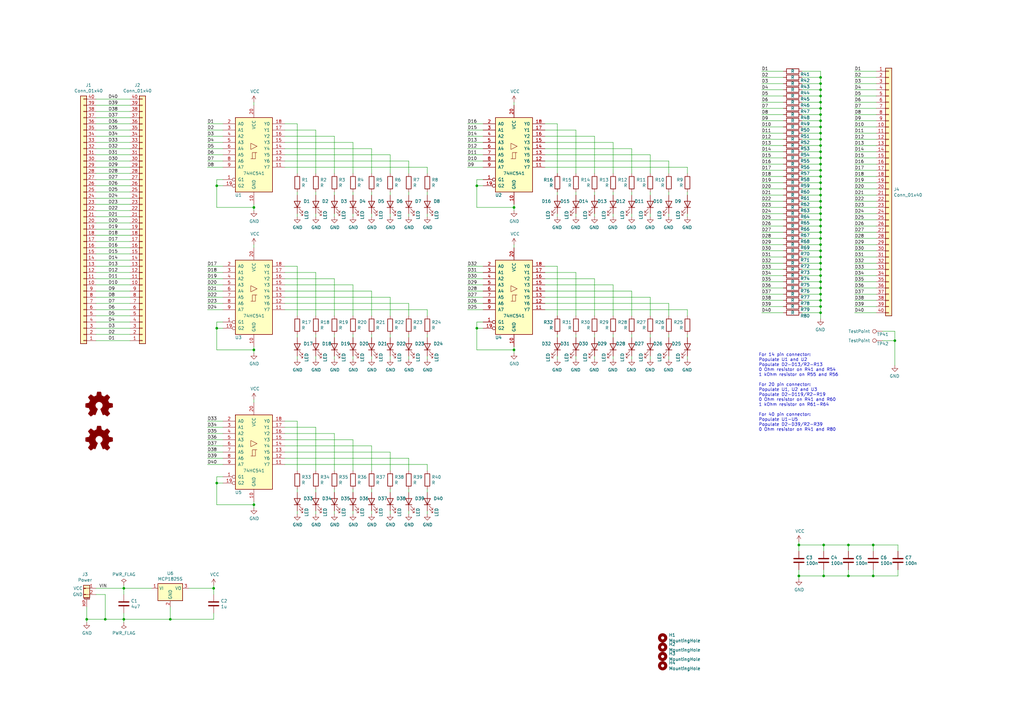
<source format=kicad_sch>
(kicad_sch (version 20211123) (generator eeschema)
  (paper "A3")
  (junction (at 336.55 118.11))
  (junction (at 88.9 134.62))
  (junction (at 43.18 254))
  (junction (at 336.55 49.53))
  (junction (at 336.55 105.41))
  (junction (at 104.14 85.09))
  (junction (at 336.55 44.45))
  (junction (at 50.8 254))
  (junction (at 336.55 102.87))
  (junction (at 336.55 115.57))
  (junction (at 358.14 236.22))
  (junction (at 336.55 97.79))
  (junction (at 336.55 82.55))
  (junction (at 336.55 128.27))
  (junction (at 336.55 74.93))
  (junction (at 336.55 113.03))
  (junction (at 336.55 125.73))
  (junction (at 50.8 241.3))
  (junction (at 336.55 77.47))
  (junction (at 336.55 69.85))
  (junction (at 210.82 143.51))
  (junction (at 336.55 100.33))
  (junction (at 336.55 107.95))
  (junction (at 347.98 223.52))
  (junction (at 337.82 223.52))
  (junction (at 327.66 223.52))
  (junction (at 195.58 134.62))
  (junction (at 327.66 236.22))
  (junction (at 336.55 85.09))
  (junction (at 69.85 254))
  (junction (at 336.55 46.99))
  (junction (at 336.55 62.23))
  (junction (at 35.56 254))
  (junction (at 336.55 36.83))
  (junction (at 337.82 236.22))
  (junction (at 336.55 123.19))
  (junction (at 367.03 139.7))
  (junction (at 104.14 207.01))
  (junction (at 336.55 80.01))
  (junction (at 210.82 85.09))
  (junction (at 336.55 41.91))
  (junction (at 336.55 57.15))
  (junction (at 336.55 92.71))
  (junction (at 87.63 241.3))
  (junction (at 347.98 236.22))
  (junction (at 88.9 198.12))
  (junction (at 336.55 67.31))
  (junction (at 104.14 143.51))
  (junction (at 336.55 110.49))
  (junction (at 336.55 120.65))
  (junction (at 336.55 95.25))
  (junction (at 336.55 72.39))
  (junction (at 336.55 52.07))
  (junction (at 336.55 64.77))
  (junction (at 336.55 34.29))
  (junction (at 88.9 76.2))
  (junction (at 336.55 59.69))
  (junction (at 336.55 31.75))
  (junction (at 358.14 223.52))
  (junction (at 336.55 90.17))
  (junction (at 195.58 76.2))
  (junction (at 336.55 87.63))
  (junction (at 336.55 54.61))
  (junction (at 336.55 39.37))
  (wire (pts (xy 350.52 92.71) (xy 359.41 92.71)))
  (wire (pts (xy 347.98 233.68) (xy 347.98 236.22)))
  (wire (pts (xy 327.66 223.52) (xy 337.82 223.52)))
  (wire (pts (xy 361.95 135.89) (xy 367.03 135.89)))
  (wire (pts (xy 91.44 50.8) (xy 85.09 50.8)))
  (wire (pts (xy 328.93 100.33) (xy 336.55 100.33)))
  (wire (pts (xy 358.14 226.06) (xy 358.14 223.52)))
  (wire (pts (xy 91.44 185.42) (xy 85.09 185.42)))
  (wire (pts (xy 328.93 85.09) (xy 336.55 85.09)))
  (wire (pts (xy 39.37 137.16) (xy 53.34 137.16)))
  (wire (pts (xy 39.37 83.82) (xy 53.34 83.82)))
  (wire (pts (xy 358.14 233.68) (xy 358.14 236.22)))
  (wire (pts (xy 281.94 146.05) (xy 281.94 147.32)))
  (wire (pts (xy 336.55 128.27) (xy 336.55 125.73)))
  (wire (pts (xy 39.37 55.88) (xy 53.34 55.88)))
  (wire (pts (xy 312.42 128.27) (xy 321.31 128.27)))
  (wire (pts (xy 167.64 66.04) (xy 167.64 71.12)))
  (wire (pts (xy 336.55 46.99) (xy 336.55 44.45)))
  (wire (pts (xy 39.37 73.66) (xy 53.34 73.66)))
  (wire (pts (xy 350.52 97.79) (xy 359.41 97.79)))
  (wire (pts (xy 336.55 69.85) (xy 336.55 72.39)))
  (wire (pts (xy 88.9 85.09) (xy 104.14 85.09)))
  (wire (pts (xy 336.55 128.27) (xy 336.55 130.81)))
  (wire (pts (xy 336.55 113.03) (xy 328.93 113.03)))
  (wire (pts (xy 39.37 132.08) (xy 53.34 132.08)))
  (wire (pts (xy 88.9 76.2) (xy 88.9 85.09)))
  (wire (pts (xy 39.37 124.46) (xy 53.34 124.46)))
  (wire (pts (xy 91.44 53.34) (xy 85.09 53.34)))
  (wire (pts (xy 347.98 223.52) (xy 358.14 223.52)))
  (wire (pts (xy 39.37 111.76) (xy 53.34 111.76)))
  (wire (pts (xy 198.12 124.46) (xy 191.77 124.46)))
  (wire (pts (xy 50.8 255.27) (xy 50.8 254)))
  (wire (pts (xy 312.42 123.19) (xy 321.31 123.19)))
  (wire (pts (xy 312.42 95.25) (xy 321.31 95.25)))
  (wire (pts (xy 336.55 118.11) (xy 336.55 115.57)))
  (wire (pts (xy 50.8 254) (xy 50.8 251.46)))
  (wire (pts (xy 336.55 34.29) (xy 336.55 31.75)))
  (wire (pts (xy 39.37 104.14) (xy 53.34 104.14)))
  (wire (pts (xy 350.52 72.39) (xy 359.41 72.39)))
  (wire (pts (xy 259.08 87.63) (xy 259.08 88.9)))
  (wire (pts (xy 121.92 87.63) (xy 121.92 88.9)))
  (wire (pts (xy 336.55 110.49) (xy 336.55 113.03)))
  (wire (pts (xy 104.14 207.01) (xy 104.14 205.74)))
  (wire (pts (xy 39.37 76.2) (xy 53.34 76.2)))
  (wire (pts (xy 274.32 66.04) (xy 274.32 71.12)))
  (wire (pts (xy 116.84 58.42) (xy 144.78 58.42)))
  (wire (pts (xy 350.52 62.23) (xy 359.41 62.23)))
  (wire (pts (xy 198.12 53.34) (xy 191.77 53.34)))
  (wire (pts (xy 328.93 57.15) (xy 336.55 57.15)))
  (wire (pts (xy 350.52 107.95) (xy 359.41 107.95)))
  (wire (pts (xy 281.94 127) (xy 281.94 129.54)))
  (wire (pts (xy 121.92 50.8) (xy 121.92 71.12)))
  (wire (pts (xy 336.55 125.73) (xy 336.55 123.19)))
  (wire (pts (xy 144.78 137.16) (xy 144.78 138.43)))
  (wire (pts (xy 91.44 180.34) (xy 85.09 180.34)))
  (wire (pts (xy 198.12 68.58) (xy 191.77 68.58)))
  (wire (pts (xy 91.44 73.66) (xy 88.9 73.66)))
  (wire (pts (xy 129.54 87.63) (xy 129.54 88.9)))
  (wire (pts (xy 350.52 57.15) (xy 359.41 57.15)))
  (wire (pts (xy 87.63 254) (xy 87.63 251.46)))
  (wire (pts (xy 129.54 209.55) (xy 129.54 210.82)))
  (wire (pts (xy 350.52 105.41) (xy 359.41 105.41)))
  (wire (pts (xy 137.16 55.88) (xy 137.16 71.12)))
  (wire (pts (xy 175.26 190.5) (xy 175.26 193.04)))
  (wire (pts (xy 152.4 87.63) (xy 152.4 88.9)))
  (wire (pts (xy 160.02 78.74) (xy 160.02 80.01)))
  (wire (pts (xy 312.42 90.17) (xy 321.31 90.17)))
  (wire (pts (xy 39.37 53.34) (xy 53.34 53.34)))
  (wire (pts (xy 336.55 52.07) (xy 328.93 52.07)))
  (wire (pts (xy 328.93 64.77) (xy 336.55 64.77)))
  (wire (pts (xy 281.94 87.63) (xy 281.94 88.9)))
  (wire (pts (xy 328.93 125.73) (xy 336.55 125.73)))
  (wire (pts (xy 312.42 29.21) (xy 321.31 29.21)))
  (wire (pts (xy 167.64 124.46) (xy 167.64 129.54)))
  (wire (pts (xy 336.55 67.31) (xy 336.55 69.85)))
  (wire (pts (xy 35.56 254) (xy 35.56 255.27)))
  (wire (pts (xy 116.84 187.96) (xy 167.64 187.96)))
  (wire (pts (xy 312.42 92.71) (xy 321.31 92.71)))
  (wire (pts (xy 144.78 209.55) (xy 144.78 210.82)))
  (wire (pts (xy 160.02 200.66) (xy 160.02 201.93)))
  (wire (pts (xy 336.55 57.15) (xy 336.55 54.61)))
  (wire (pts (xy 121.92 172.72) (xy 121.92 193.04)))
  (wire (pts (xy 350.52 90.17) (xy 359.41 90.17)))
  (wire (pts (xy 223.52 109.22) (xy 228.6 109.22)))
  (wire (pts (xy 251.46 116.84) (xy 251.46 129.54)))
  (wire (pts (xy 350.52 39.37) (xy 359.41 39.37)))
  (wire (pts (xy 116.84 175.26) (xy 129.54 175.26)))
  (wire (pts (xy 116.84 127) (xy 175.26 127)))
  (wire (pts (xy 144.78 116.84) (xy 144.78 129.54)))
  (wire (pts (xy 104.14 143.51) (xy 104.14 144.78)))
  (wire (pts (xy 88.9 73.66) (xy 88.9 76.2)))
  (wire (pts (xy 39.37 88.9) (xy 53.34 88.9)))
  (wire (pts (xy 312.42 102.87) (xy 321.31 102.87)))
  (wire (pts (xy 312.42 31.75) (xy 321.31 31.75)))
  (wire (pts (xy 39.37 134.62) (xy 53.34 134.62)))
  (wire (pts (xy 91.44 187.96) (xy 85.09 187.96)))
  (wire (pts (xy 39.37 109.22) (xy 53.34 109.22)))
  (wire (pts (xy 328.93 87.63) (xy 336.55 87.63)))
  (wire (pts (xy 312.42 85.09) (xy 321.31 85.09)))
  (wire (pts (xy 328.93 69.85) (xy 336.55 69.85)))
  (wire (pts (xy 195.58 134.62) (xy 198.12 134.62)))
  (wire (pts (xy 87.63 241.3) (xy 77.47 241.3)))
  (wire (pts (xy 104.14 100.33) (xy 104.14 101.6)))
  (wire (pts (xy 223.52 55.88) (xy 243.84 55.88)))
  (wire (pts (xy 91.44 177.8) (xy 85.09 177.8)))
  (wire (pts (xy 91.44 116.84) (xy 85.09 116.84)))
  (wire (pts (xy 152.4 209.55) (xy 152.4 210.82)))
  (wire (pts (xy 152.4 200.66) (xy 152.4 201.93)))
  (wire (pts (xy 327.66 222.25) (xy 327.66 223.52)))
  (wire (pts (xy 336.55 64.77) (xy 336.55 62.23)))
  (wire (pts (xy 198.12 119.38) (xy 191.77 119.38)))
  (wire (pts (xy 350.52 82.55) (xy 359.41 82.55)))
  (wire (pts (xy 281.94 68.58) (xy 281.94 71.12)))
  (wire (pts (xy 243.84 146.05) (xy 243.84 147.32)))
  (wire (pts (xy 160.02 146.05) (xy 160.02 147.32)))
  (wire (pts (xy 175.26 200.66) (xy 175.26 201.93)))
  (wire (pts (xy 116.84 119.38) (xy 152.4 119.38)))
  (wire (pts (xy 266.7 137.16) (xy 266.7 138.43)))
  (wire (pts (xy 195.58 85.09) (xy 210.82 85.09)))
  (wire (pts (xy 39.37 241.3) (xy 50.8 241.3)))
  (wire (pts (xy 144.78 146.05) (xy 144.78 147.32)))
  (wire (pts (xy 337.82 223.52) (xy 347.98 223.52)))
  (wire (pts (xy 368.3 236.22) (xy 368.3 233.68)))
  (wire (pts (xy 39.37 66.04) (xy 53.34 66.04)))
  (wire (pts (xy 43.18 254) (xy 50.8 254)))
  (wire (pts (xy 144.78 87.63) (xy 144.78 88.9)))
  (wire (pts (xy 336.55 82.55) (xy 336.55 80.01)))
  (wire (pts (xy 39.37 50.8) (xy 53.34 50.8)))
  (wire (pts (xy 336.55 49.53) (xy 336.55 52.07)))
  (wire (pts (xy 251.46 137.16) (xy 251.46 138.43)))
  (wire (pts (xy 50.8 240.03) (xy 50.8 241.3)))
  (wire (pts (xy 336.55 74.93) (xy 336.55 72.39)))
  (wire (pts (xy 91.44 119.38) (xy 85.09 119.38)))
  (wire (pts (xy 91.44 172.72) (xy 85.09 172.72)))
  (wire (pts (xy 167.64 87.63) (xy 167.64 88.9)))
  (wire (pts (xy 160.02 185.42) (xy 160.02 193.04)))
  (wire (pts (xy 350.52 52.07) (xy 359.41 52.07)))
  (wire (pts (xy 336.55 85.09) (xy 336.55 82.55)))
  (wire (pts (xy 198.12 63.5) (xy 191.77 63.5)))
  (wire (pts (xy 312.42 34.29) (xy 321.31 34.29)))
  (wire (pts (xy 274.32 78.74) (xy 274.32 80.01)))
  (wire (pts (xy 116.84 68.58) (xy 175.26 68.58)))
  (wire (pts (xy 104.14 163.83) (xy 104.14 165.1)))
  (wire (pts (xy 152.4 146.05) (xy 152.4 147.32)))
  (wire (pts (xy 336.55 107.95) (xy 336.55 110.49)))
  (wire (pts (xy 91.44 111.76) (xy 85.09 111.76)))
  (wire (pts (xy 350.52 85.09) (xy 359.41 85.09)))
  (wire (pts (xy 116.84 177.8) (xy 137.16 177.8)))
  (wire (pts (xy 312.42 62.23) (xy 321.31 62.23)))
  (wire (pts (xy 328.93 46.99) (xy 336.55 46.99)))
  (wire (pts (xy 91.44 175.26) (xy 85.09 175.26)))
  (wire (pts (xy 312.42 82.55) (xy 321.31 82.55)))
  (wire (pts (xy 129.54 200.66) (xy 129.54 201.93)))
  (wire (pts (xy 210.82 85.09) (xy 210.82 83.82)))
  (wire (pts (xy 328.93 118.11) (xy 336.55 118.11)))
  (wire (pts (xy 266.7 63.5) (xy 266.7 71.12)))
  (wire (pts (xy 328.93 110.49) (xy 336.55 110.49)))
  (wire (pts (xy 137.16 87.63) (xy 137.16 88.9)))
  (wire (pts (xy 274.32 87.63) (xy 274.32 88.9)))
  (wire (pts (xy 347.98 236.22) (xy 358.14 236.22)))
  (wire (pts (xy 175.26 127) (xy 175.26 129.54)))
  (wire (pts (xy 350.52 36.83) (xy 359.41 36.83)))
  (wire (pts (xy 195.58 134.62) (xy 195.58 143.51)))
  (wire (pts (xy 350.52 125.73) (xy 359.41 125.73)))
  (wire (pts (xy 91.44 58.42) (xy 85.09 58.42)))
  (wire (pts (xy 243.84 114.3) (xy 243.84 129.54)))
  (wire (pts (xy 312.42 39.37) (xy 321.31 39.37)))
  (wire (pts (xy 152.4 119.38) (xy 152.4 129.54)))
  (wire (pts (xy 350.52 67.31) (xy 359.41 67.31)))
  (wire (pts (xy 88.9 195.58) (xy 88.9 198.12)))
  (wire (pts (xy 39.37 116.84) (xy 53.34 116.84)))
  (wire (pts (xy 336.55 31.75) (xy 328.93 31.75)))
  (wire (pts (xy 312.42 113.03) (xy 321.31 113.03)))
  (wire (pts (xy 336.55 107.95) (xy 336.55 105.41)))
  (wire (pts (xy 336.55 80.01) (xy 336.55 77.47)))
  (wire (pts (xy 337.82 233.68) (xy 337.82 236.22)))
  (wire (pts (xy 312.42 41.91) (xy 321.31 41.91)))
  (wire (pts (xy 116.84 55.88) (xy 137.16 55.88)))
  (wire (pts (xy 367.03 139.7) (xy 367.03 149.86)))
  (wire (pts (xy 91.44 124.46) (xy 85.09 124.46)))
  (wire (pts (xy 266.7 121.92) (xy 266.7 129.54)))
  (wire (pts (xy 88.9 198.12) (xy 91.44 198.12)))
  (wire (pts (xy 104.14 207.01) (xy 104.14 208.28)))
  (wire (pts (xy 336.55 54.61) (xy 336.55 52.07)))
  (wire (pts (xy 152.4 137.16) (xy 152.4 138.43)))
  (wire (pts (xy 121.92 209.55) (xy 121.92 210.82)))
  (wire (pts (xy 121.92 137.16) (xy 121.92 138.43)))
  (wire (pts (xy 39.37 129.54) (xy 53.34 129.54)))
  (wire (pts (xy 327.66 233.68) (xy 327.66 236.22)))
  (wire (pts (xy 39.37 243.84) (xy 43.18 243.84)))
  (wire (pts (xy 312.42 57.15) (xy 321.31 57.15)))
  (wire (pts (xy 198.12 127) (xy 191.77 127)))
  (wire (pts (xy 350.52 120.65) (xy 359.41 120.65)))
  (wire (pts (xy 39.37 127) (xy 53.34 127)))
  (wire (pts (xy 327.66 236.22) (xy 327.66 237.49)))
  (wire (pts (xy 91.44 190.5) (xy 85.09 190.5)))
  (wire (pts (xy 144.78 200.66) (xy 144.78 201.93)))
  (wire (pts (xy 328.93 62.23) (xy 336.55 62.23)))
  (wire (pts (xy 336.55 100.33) (xy 336.55 97.79)))
  (wire (pts (xy 223.52 68.58) (xy 281.94 68.58)))
  (wire (pts (xy 236.22 78.74) (xy 236.22 80.01)))
  (wire (pts (xy 39.37 99.06) (xy 53.34 99.06)))
  (wire (pts (xy 336.55 77.47) (xy 336.55 74.93)))
  (wire (pts (xy 39.37 48.26) (xy 53.34 48.26)))
  (wire (pts (xy 129.54 53.34) (xy 129.54 71.12)))
  (wire (pts (xy 367.03 135.89) (xy 367.03 139.7)))
  (wire (pts (xy 350.52 74.93) (xy 359.41 74.93)))
  (wire (pts (xy 350.52 118.11) (xy 359.41 118.11)))
  (wire (pts (xy 327.66 236.22) (xy 337.82 236.22)))
  (wire (pts (xy 328.93 39.37) (xy 336.55 39.37)))
  (wire (pts (xy 328.93 90.17) (xy 336.55 90.17)))
  (wire (pts (xy 266.7 146.05) (xy 266.7 147.32)))
  (wire (pts (xy 328.93 80.01) (xy 336.55 80.01)))
  (wire (pts (xy 259.08 119.38) (xy 259.08 129.54)))
  (wire (pts (xy 167.64 146.05) (xy 167.64 147.32)))
  (wire (pts (xy 129.54 78.74) (xy 129.54 80.01)))
  (wire (pts (xy 198.12 66.04) (xy 191.77 66.04)))
  (wire (pts (xy 336.55 105.41) (xy 336.55 102.87)))
  (wire (pts (xy 274.32 137.16) (xy 274.32 138.43)))
  (wire (pts (xy 328.93 54.61) (xy 336.55 54.61)))
  (wire (pts (xy 121.92 146.05) (xy 121.92 147.32)))
  (wire (pts (xy 39.37 93.98) (xy 53.34 93.98)))
  (wire (pts (xy 328.93 123.19) (xy 336.55 123.19)))
  (wire (pts (xy 91.44 132.08) (xy 88.9 132.08)))
  (wire (pts (xy 328.93 44.45) (xy 336.55 44.45)))
  (wire (pts (xy 223.52 58.42) (xy 251.46 58.42)))
  (wire (pts (xy 367.03 139.7) (xy 361.95 139.7)))
  (wire (pts (xy 328.93 97.79) (xy 336.55 97.79)))
  (wire (pts (xy 336.55 87.63) (xy 336.55 90.17)))
  (wire (pts (xy 210.82 143.51) (xy 210.82 144.78)))
  (wire (pts (xy 160.02 209.55) (xy 160.02 210.82)))
  (wire (pts (xy 336.55 87.63) (xy 336.55 85.09)))
  (wire (pts (xy 347.98 226.06) (xy 347.98 223.52)))
  (wire (pts (xy 210.82 143.51) (xy 210.82 142.24)))
  (wire (pts (xy 152.4 182.88) (xy 152.4 193.04)))
  (wire (pts (xy 39.37 58.42) (xy 53.34 58.42)))
  (wire (pts (xy 223.52 50.8) (xy 228.6 50.8)))
  (wire (pts (xy 116.84 109.22) (xy 121.92 109.22)))
  (wire (pts (xy 167.64 209.55) (xy 167.64 210.82)))
  (wire (pts (xy 368.3 223.52) (xy 368.3 226.06)))
  (wire (pts (xy 137.16 137.16) (xy 137.16 138.43)))
  (wire (pts (xy 175.26 137.16) (xy 175.26 138.43)))
  (wire (pts (xy 39.37 43.18) (xy 53.34 43.18)))
  (wire (pts (xy 350.52 46.99) (xy 359.41 46.99)))
  (wire (pts (xy 69.85 254) (xy 87.63 254)))
  (wire (pts (xy 336.55 97.79) (xy 336.55 95.25)))
  (wire (pts (xy 91.44 55.88) (xy 85.09 55.88)))
  (wire (pts (xy 228.6 146.05) (xy 228.6 147.32)))
  (wire (pts (xy 175.26 87.63) (xy 175.26 88.9)))
  (wire (pts (xy 228.6 87.63) (xy 228.6 88.9)))
  (wire (pts (xy 251.46 87.63) (xy 251.46 88.9)))
  (wire (pts (xy 328.93 128.27) (xy 336.55 128.27)))
  (wire (pts (xy 328.93 102.87) (xy 336.55 102.87)))
  (wire (pts (xy 210.82 41.91) (xy 210.82 43.18)))
  (wire (pts (xy 50.8 254) (xy 69.85 254)))
  (wire (pts (xy 50.8 241.3) (xy 50.8 243.84)))
  (wire (pts (xy 39.37 121.92) (xy 53.34 121.92)))
  (wire (pts (xy 88.9 134.62) (xy 91.44 134.62)))
  (wire (pts (xy 336.55 44.45) (xy 336.55 41.91)))
  (wire (pts (xy 358.14 236.22) (xy 368.3 236.22)))
  (wire (pts (xy 350.52 29.21) (xy 359.41 29.21)))
  (wire (pts (xy 91.44 195.58) (xy 88.9 195.58)))
  (wire (pts (xy 358.14 223.52) (xy 368.3 223.52)))
  (wire (pts (xy 337.82 226.06) (xy 337.82 223.52)))
  (wire (pts (xy 195.58 132.08) (xy 195.58 134.62)))
  (wire (pts (xy 91.44 121.92) (xy 85.09 121.92)))
  (wire (pts (xy 167.64 187.96) (xy 167.64 193.04)))
  (wire (pts (xy 336.55 115.57) (xy 336.55 113.03)))
  (wire (pts (xy 175.26 68.58) (xy 175.26 71.12)))
  (wire (pts (xy 39.37 45.72) (xy 53.34 45.72)))
  (wire (pts (xy 116.84 63.5) (xy 160.02 63.5)))
  (wire (pts (xy 88.9 207.01) (xy 104.14 207.01)))
  (wire (pts (xy 39.37 60.96) (xy 53.34 60.96)))
  (wire (pts (xy 223.52 53.34) (xy 236.22 53.34)))
  (wire (pts (xy 336.55 46.99) (xy 336.55 49.53)))
  (wire (pts (xy 328.93 120.65) (xy 336.55 120.65)))
  (wire (pts (xy 35.56 254) (xy 43.18 254)))
  (wire (pts (xy 266.7 78.74) (xy 266.7 80.01)))
  (wire (pts (xy 243.84 137.16) (xy 243.84 138.43)))
  (wire (pts (xy 198.12 116.84) (xy 191.77 116.84)))
  (wire (pts (xy 152.4 78.74) (xy 152.4 80.01)))
  (wire (pts (xy 121.92 200.66) (xy 121.92 201.93)))
  (wire (pts (xy 223.52 66.04) (xy 274.32 66.04)))
  (wire (pts (xy 160.02 137.16) (xy 160.02 138.43)))
  (wire (pts (xy 312.42 46.99) (xy 321.31 46.99)))
  (wire (pts (xy 328.93 95.25) (xy 336.55 95.25)))
  (wire (pts (xy 91.44 127) (xy 85.09 127)))
  (wire (pts (xy 336.55 39.37) (xy 336.55 36.83)))
  (wire (pts (xy 328.93 74.93) (xy 336.55 74.93)))
  (wire (pts (xy 336.55 90.17) (xy 336.55 92.71)))
  (wire (pts (xy 91.44 66.04) (xy 85.09 66.04)))
  (wire (pts (xy 223.52 116.84) (xy 251.46 116.84)))
  (wire (pts (xy 259.08 78.74) (xy 259.08 80.01)))
  (wire (pts (xy 116.84 111.76) (xy 129.54 111.76)))
  (wire (pts (xy 328.93 77.47) (xy 336.55 77.47)))
  (wire (pts (xy 160.02 121.92) (xy 160.02 129.54)))
  (wire (pts (xy 39.37 86.36) (xy 53.34 86.36)))
  (wire (pts (xy 223.52 111.76) (xy 236.22 111.76)))
  (wire (pts (xy 328.93 34.29) (xy 336.55 34.29)))
  (wire (pts (xy 129.54 111.76) (xy 129.54 129.54)))
  (wire (pts (xy 195.58 76.2) (xy 195.58 85.09)))
  (wire (pts (xy 39.37 91.44) (xy 53.34 91.44)))
  (wire (pts (xy 116.84 172.72) (xy 121.92 172.72)))
  (wire (pts (xy 243.84 78.74) (xy 243.84 80.01)))
  (wire (pts (xy 312.42 100.33) (xy 321.31 100.33)))
  (wire (pts (xy 116.84 121.92) (xy 160.02 121.92)))
  (wire (pts (xy 116.84 50.8) (xy 121.92 50.8)))
  (wire (pts (xy 336.55 59.69) (xy 336.55 57.15)))
  (wire (pts (xy 88.9 132.08) (xy 88.9 134.62)))
  (wire (pts (xy 251.46 146.05) (xy 251.46 147.32)))
  (wire (pts (xy 350.52 80.01) (xy 359.41 80.01)))
  (wire (pts (xy 350.52 44.45) (xy 359.41 44.45)))
  (wire (pts (xy 336.55 67.31) (xy 336.55 64.77)))
  (wire (pts (xy 350.52 77.47) (xy 359.41 77.47)))
  (wire (pts (xy 350.52 95.25) (xy 359.41 95.25)))
  (wire (pts (xy 312.42 69.85) (xy 321.31 69.85)))
  (wire (pts (xy 137.16 209.55) (xy 137.16 210.82)))
  (wire (pts (xy 228.6 137.16) (xy 228.6 138.43)))
  (wire (pts (xy 350.52 41.91) (xy 359.41 41.91)))
  (wire (pts (xy 251.46 78.74) (xy 251.46 80.01)))
  (wire (pts (xy 39.37 71.12) (xy 53.34 71.12)))
  (wire (pts (xy 91.44 63.5) (xy 85.09 63.5)))
  (wire (pts (xy 312.42 115.57) (xy 321.31 115.57)))
  (wire (pts (xy 210.82 85.09) (xy 210.82 86.36)))
  (wire (pts (xy 259.08 137.16) (xy 259.08 138.43)))
  (wire (pts (xy 88.9 76.2) (xy 91.44 76.2)))
  (wire (pts (xy 312.42 110.49) (xy 321.31 110.49)))
  (wire (pts (xy 312.42 80.01) (xy 321.31 80.01)))
  (wire (pts (xy 328.93 107.95) (xy 336.55 107.95)))
  (wire (pts (xy 350.52 54.61) (xy 359.41 54.61)))
  (wire (pts (xy 337.82 236.22) (xy 347.98 236.22)))
  (wire (pts (xy 137.16 78.74) (xy 137.16 80.01)))
  (wire (pts (xy 350.52 34.29) (xy 359.41 34.29)))
  (wire (pts (xy 236.22 146.05) (xy 236.22 147.32)))
  (wire (pts (xy 350.52 49.53) (xy 359.41 49.53)))
  (wire (pts (xy 312.42 49.53) (xy 321.31 49.53)))
  (wire (pts (xy 223.52 127) (xy 281.94 127)))
  (wire (pts (xy 137.16 146.05) (xy 137.16 147.32)))
  (wire (pts (xy 152.4 60.96) (xy 152.4 71.12)))
  (wire (pts (xy 312.42 72.39) (xy 321.31 72.39)))
  (wire (pts (xy 336.55 29.21) (xy 336.55 31.75)))
  (wire (pts (xy 116.84 185.42) (xy 160.02 185.42)))
  (wire (pts (xy 350.52 115.57) (xy 359.41 115.57)))
  (wire (pts (xy 167.64 137.16) (xy 167.64 138.43)))
  (wire (pts (xy 328.93 41.91) (xy 336.55 41.91)))
  (wire (pts (xy 336.55 102.87) (xy 336.55 100.33)))
  (wire (pts (xy 104.14 85.09) (xy 104.14 86.36)))
  (wire (pts (xy 328.93 67.31) (xy 336.55 67.31)))
  (wire (pts (xy 39.37 96.52) (xy 53.34 96.52)))
  (wire (pts (xy 223.52 121.92) (xy 266.7 121.92)))
  (wire (pts (xy 87.63 243.84) (xy 87.63 241.3)))
  (wire (pts (xy 274.32 146.05) (xy 274.32 147.32)))
  (wire (pts (xy 223.52 63.5) (xy 266.7 63.5)))
  (wire (pts (xy 175.26 209.55) (xy 175.26 210.82)))
  (wire (pts (xy 144.78 180.34) (xy 144.78 193.04)))
  (wire (pts (xy 43.18 243.84) (xy 43.18 254)))
  (wire (pts (xy 195.58 73.66) (xy 195.58 76.2)))
  (wire (pts (xy 87.63 240.03) (xy 87.63 241.3)))
  (wire (pts (xy 50.8 241.3) (xy 62.23 241.3)))
  (wire (pts (xy 39.37 68.58) (xy 53.34 68.58)))
  (wire (pts (xy 236.22 87.63) (xy 236.22 88.9)))
  (wire (pts (xy 243.84 55.88) (xy 243.84 71.12)))
  (wire (pts (xy 116.84 60.96) (xy 152.4 60.96)))
  (wire (pts (xy 312.42 54.61) (xy 321.31 54.61)))
  (wire (pts (xy 312.42 52.07) (xy 321.31 52.07)))
  (wire (pts (xy 129.54 137.16) (xy 129.54 138.43)))
  (wire (pts (xy 281.94 137.16) (xy 281.94 138.43)))
  (wire (pts (xy 336.55 41.91) (xy 336.55 39.37)))
  (wire (pts (xy 116.84 53.34) (xy 129.54 53.34)))
  (wire (pts (xy 350.52 31.75) (xy 359.41 31.75)))
  (wire (pts (xy 266.7 87.63) (xy 266.7 88.9)))
  (wire (pts (xy 116.84 114.3) (xy 137.16 114.3)))
  (wire (pts (xy 39.37 139.7) (xy 53.34 139.7)))
  (wire (pts (xy 160.02 63.5) (xy 160.02 71.12)))
  (wire (pts (xy 198.12 121.92) (xy 191.77 121.92)))
  (wire (pts (xy 228.6 78.74) (xy 228.6 80.01)))
  (wire (pts (xy 312.42 120.65) (xy 321.31 120.65)))
  (wire (pts (xy 223.52 119.38) (xy 259.08 119.38)))
  (wire (pts (xy 350.52 87.63) (xy 359.41 87.63)))
  (wire (pts (xy 116.84 182.88) (xy 152.4 182.88)))
  (wire (pts (xy 228.6 109.22) (xy 228.6 129.54)))
  (wire (pts (xy 91.44 60.96) (xy 85.09 60.96)))
  (wire (pts (xy 223.52 60.96) (xy 259.08 60.96)))
  (wire (pts (xy 39.37 114.3) (xy 53.34 114.3)))
  (wire (pts (xy 198.12 132.08) (xy 195.58 132.08)))
  (wire (pts (xy 198.12 50.8) (xy 191.77 50.8)))
  (wire (pts (xy 328.93 36.83) (xy 336.55 36.83)))
  (wire (pts (xy 328.93 59.69) (xy 336.55 59.69)))
  (wire (pts (xy 167.64 78.74) (xy 167.64 80.01)))
  (wire (pts (xy 236.22 137.16) (xy 236.22 138.43)))
  (wire (pts (xy 312.42 107.95) (xy 321.31 107.95)))
  (wire (pts (xy 228.6 50.8) (xy 228.6 71.12)))
  (wire (pts (xy 88.9 198.12) (xy 88.9 207.01)))
  (wire (pts (xy 195.58 76.2) (xy 198.12 76.2)))
  (wire (pts (xy 39.37 78.74) (xy 53.34 78.74)))
  (wire (pts (xy 198.12 73.66) (xy 195.58 73.66)))
  (wire (pts (xy 223.52 124.46) (xy 274.32 124.46)))
  (wire (pts (xy 312.42 77.47) (xy 321.31 77.47)))
  (wire (pts (xy 350.52 69.85) (xy 359.41 69.85)))
  (wire (pts (xy 259.08 60.96) (xy 259.08 71.12)))
  (wire (pts (xy 39.37 119.38) (xy 53.34 119.38)))
  (wire (pts (xy 137.16 177.8) (xy 137.16 193.04)))
  (wire (pts (xy 274.32 124.46) (xy 274.32 129.54)))
  (wire (pts (xy 328.93 115.57) (xy 336.55 115.57)))
  (wire (pts (xy 312.42 118.11) (xy 321.31 118.11)))
  (wire (pts (xy 88.9 134.62) (xy 88.9 143.51)))
  (wire (pts (xy 129.54 175.26) (xy 129.54 193.04)))
  (wire (pts (xy 312.42 105.41) (xy 321.31 105.41)))
  (wire (pts (xy 198.12 55.88) (xy 191.77 55.88)))
  (wire (pts (xy 336.55 36.83) (xy 336.55 34.29)))
  (wire (pts (xy 91.44 109.22) (xy 85.09 109.22)))
  (wire (pts (xy 281.94 78.74) (xy 281.94 80.01)))
  (wire (pts (xy 251.46 58.42) (xy 251.46 71.12)))
  (wire (pts (xy 129.54 146.05) (xy 129.54 147.32)))
  (wire (pts (xy 35.56 248.92) (xy 35.56 254)))
  (wire (pts (xy 198.12 58.42) (xy 191.77 58.42)))
  (wire (pts (xy 116.84 66.04) (xy 167.64 66.04)))
  (wire (pts (xy 167.64 200.66) (xy 167.64 201.93)))
  (wire (pts (xy 328.93 82.55) (xy 336.55 82.55)))
  (wire (pts (xy 259.08 146.05) (xy 259.08 147.32)))
  (wire (pts (xy 104.14 41.91) (xy 104.14 43.18)))
  (wire (pts (xy 223.52 114.3) (xy 243.84 114.3)))
  (wire (pts (xy 121.92 109.22) (xy 121.92 129.54)))
  (wire (pts (xy 312.42 67.31) (xy 321.31 67.31)))
  (wire (pts (xy 336.55 95.25) (xy 336.55 92.71)))
  (wire (pts (xy 175.26 146.05) (xy 175.26 147.32)))
  (wire (pts (xy 104.14 143.51) (xy 104.14 142.24)))
  (wire (pts (xy 312.42 87.63) (xy 321.31 87.63)))
  (wire (pts (xy 312.42 44.45) (xy 321.31 44.45)))
  (wire (pts (xy 144.78 78.74) (xy 144.78 80.01)))
  (wire (pts (xy 312.42 97.79) (xy 321.31 97.79)))
  (wire (pts (xy 91.44 68.58) (xy 85.09 68.58)))
  (wire (pts (xy 336.55 120.65) (xy 336.55 118.11)))
  (wire (pts (xy 350.52 113.03) (xy 359.41 113.03)))
  (wire (pts (xy 312.42 59.69) (xy 321.31 59.69)))
  (wire (pts (xy 198.12 109.22) (xy 191.77 109.22)))
  (wire (pts (xy 91.44 114.3) (xy 85.09 114.3)))
  (wire (pts (xy 312.42 64.77) (xy 321.31 64.77)))
  (wire (pts (xy 350.52 64.77) (xy 359.41 64.77)))
  (wire (pts (xy 328.93 49.53) (xy 336.55 49.53)))
  (wire (pts (xy 69.85 254) (xy 69.85 248.92)))
  (wire (pts (xy 39.37 40.64) (xy 53.34 40.64)))
  (wire (pts (xy 116.84 116.84) (xy 144.78 116.84)))
  (wire (pts (xy 104.14 85.09) (xy 104.14 83.82)))
  (wire (pts (xy 39.37 101.6) (xy 53.34 101.6)))
  (wire (pts (xy 312.42 36.83) (xy 321.31 36.83)))
  (wire (pts (xy 137.16 114.3) (xy 137.16 129.54)))
  (wire (pts (xy 328.93 105.41) (xy 336.55 105.41)))
  (wire (pts (xy 350.52 100.33) (xy 359.41 100.33)))
  (wire (pts (xy 336.55 123.19) (xy 336.55 120.65)))
  (wire (pts (xy 328.93 29.21) (xy 336.55 29.21)))
  (wire (pts (xy 116.84 124.46) (xy 167.64 124.46)))
  (wire (pts (xy 312.42 125.73) (xy 321.31 125.73)))
  (wire (pts (xy 198.12 111.76) (xy 191.77 111.76)))
  (wire (pts (xy 236.22 53.34) (xy 236.22 71.12)))
  (wire (pts (xy 91.44 182.88) (xy 85.09 182.88)))
  (wire (pts (xy 137.16 200.66) (xy 137.16 201.93)))
  (wire (pts (xy 39.37 81.28) (xy 53.34 81.28)))
  (wire (pts (xy 210.82 100.33) (xy 210.82 101.6)))
  (wire (pts (xy 160.02 87.63) (xy 160.02 88.9)))
  (wire (pts (xy 144.78 58.42) (xy 144.78 71.12)))
  (wire (pts (xy 198.12 114.3) (xy 191.77 114.3)))
  (wire (pts (xy 350.52 123.19) (xy 359.41 123.19)))
  (wire (pts (xy 116.84 180.34) (xy 144.78 180.34)))
  (wire (pts (xy 350.52 59.69) (xy 359.41 59.69)))
  (wire (pts (xy 121.92 78.74) (xy 121.92 80.01)))
  (wire (pts (xy 336.55 72.39) (xy 328.93 72.39)))
  (wire (pts (xy 350.52 102.87) (xy 359.41 102.87)))
  (wire (pts (xy 336.55 92.71) (xy 328.93 92.71)))
  (wire (pts (xy 195.58 143.51) (xy 210.82 143.51)))
  (wire (pts (xy 243.84 87.63) (xy 243.84 88.9)))
  (wire (pts (xy 350.52 110.49) (xy 359.41 110.49)))
  (wire (pts (xy 312.42 74.93) (xy 321.31 74.93)))
  (wire (pts (xy 39.37 106.68) (xy 53.34 106.68)))
  (wire (pts (xy 116.84 190.5) (xy 175.26 190.5)))
  (wire (pts (xy 88.9 143.51) (xy 104.14 143.51)))
  (wire (pts (xy 198.12 60.96) (xy 191.77 60.96)))
  (wire (pts (xy 39.37 63.5) (xy 53.34 63.5)))
  (wire (pts (xy 175.26 78.74) (xy 175.26 80.01)))
  (wire (pts (xy 236.22 111.76) (xy 236.22 129.54)))
  (wire (pts (xy 350.52 128.27) (xy 359.41 128.27)))
  (wire (pts (xy 327.66 226.06) (xy 327.66 223.52)))
  (wire (pts (xy 336.55 62.23) (xy 336.55 59.69)))
  (text "For 14 pin connector:\nPopulate U1 and U2\nPopulate D2-D13/R2-R13\n0 Ohm resistor on R41 and R54\n1 kOhm resistor on R55 and R56\n\nFor 20 pin connector:\nPopulate U1, U2 and U3\nPopulate D2-D119/R2-R19\n0 Ohm resistor on R41 and R60\n1 kOhm resistor on R61-R64\n\nFor 40 pin connector:\nPopulate U1-U5\nPopulate D2-D39/R2-R39\n0 Ohm resistor on R41 and R80\n\n" (at 311.15 179.07 0) (effects (font (size 1.27 1.27)) (justify left bottom)))
  (label "D4" (at 85.09 58.42 0))
  (label "D12" (at 191.77 60.96 0))
  (label "D2" (at 312.42 31.75 0))
  (label "D3" (at 350.52 34.29 0))
  (label "D9" (at 350.52 49.53 0))
  (label "D19" (at 44.45 93.98 0))
  (label "D3" (at 44.45 134.62 0))
  (label "D37" (at 350.52 120.65 0))
  (label "D33" (at 312.42 110.49 0))
  (label "D13" (at 350.52 59.69 0))
  (label "D4" (at 44.45 132.08 0))
  (label "D36" (at 312.42 118.11 0))
  (label "D20" (at 85.09 116.84 0))
  (label "D34" (at 85.09 175.26 0))
  (label "D31" (at 350.52 105.41 0))
  (label "D8" (at 85.09 68.58 0))
  (label "D15" (at 191.77 53.34 0))
  (label "D1" (at 44.45 139.7 0))
  (label "D18" (at 350.52 72.39 0))
  (label "D20" (at 350.52 77.47 0))
  (label "D2" (at 44.45 137.16 0))
  (label "D39" (at 312.42 125.73 0))
  (label "D22" (at 44.45 86.36 0))
  (label "D30" (at 350.52 102.87 0))
  (label "D14" (at 350.52 62.23 0))
  (label "D34" (at 312.42 113.03 0))
  (label "D15" (at 350.52 64.77 0))
  (label "D9" (at 44.45 119.38 0))
  (label "D18" (at 312.42 72.39 0))
  (label "D1" (at 350.52 29.21 0))
  (label "D35" (at 85.09 177.8 0))
  (label "D13" (at 312.42 59.69 0))
  (label "D30" (at 44.45 66.04 0))
  (label "D14" (at 44.45 106.68 0))
  (label "D14" (at 191.77 55.88 0))
  (label "D30" (at 312.42 102.87 0))
  (label "D16" (at 44.45 101.6 0))
  (label "D21" (at 312.42 80.01 0))
  (label "D17" (at 312.42 69.85 0))
  (label "D25" (at 44.45 78.74 0))
  (label "D26" (at 191.77 124.46 0))
  (label "D23" (at 350.52 85.09 0))
  (label "D38" (at 312.42 123.19 0))
  (label "D5" (at 44.45 129.54 0))
  (label "D2" (at 350.52 31.75 0))
  (label "D40" (at 85.09 190.5 0))
  (label "D18" (at 85.09 111.76 0))
  (label "D23" (at 85.09 124.46 0))
  (label "D3" (at 312.42 34.29 0))
  (label "D24" (at 44.45 81.28 0))
  (label "D39" (at 85.09 187.96 0))
  (label "D11" (at 191.77 63.5 0))
  (label "D6" (at 312.42 41.91 0))
  (label "D27" (at 191.77 121.92 0))
  (label "D32" (at 312.42 107.95 0))
  (label "D32" (at 44.45 60.96 0))
  (label "D24" (at 350.52 87.63 0))
  (label "D15" (at 312.42 64.77 0))
  (label "D7" (at 312.42 44.45 0))
  (label "D34" (at 350.52 113.03 0))
  (label "D12" (at 44.45 111.76 0))
  (label "D30" (at 191.77 114.3 0))
  (label "D40" (at 350.52 128.27 0))
  (label "D26" (at 350.52 92.71 0))
  (label "D14" (at 312.42 62.23 0))
  (label "D33" (at 350.52 110.49 0))
  (label "D10" (at 312.42 52.07 0))
  (label "D29" (at 350.52 100.33 0))
  (label "D8" (at 44.45 121.92 0))
  (label "D22" (at 85.09 121.92 0))
  (label "D15" (at 44.45 104.14 0))
  (label "D23" (at 44.45 83.82 0))
  (label "D27" (at 44.45 73.66 0))
  (label "D8" (at 312.42 46.99 0))
  (label "D40" (at 312.42 128.27 0))
  (label "D31" (at 191.77 111.76 0))
  (label "D4" (at 312.42 36.83 0))
  (label "D6" (at 350.52 41.91 0))
  (label "D37" (at 44.45 48.26 0))
  (label "D12" (at 350.52 57.15 0))
  (label "D35" (at 350.52 115.57 0))
  (label "D21" (at 85.09 119.38 0))
  (label "D35" (at 312.42 115.57 0))
  (label "D7" (at 350.52 44.45 0))
  (label "D17" (at 85.09 109.22 0))
  (label "D9" (at 191.77 68.58 0))
  (label "D38" (at 85.09 185.42 0))
  (label "D7" (at 85.09 66.04 0))
  (label "D9" (at 312.42 49.53 0))
  (label "D10" (at 191.77 66.04 0))
  (label "D39" (at 350.52 125.73 0))
  (label "D10" (at 44.45 116.84 0))
  (label "D11" (at 44.45 114.3 0))
  (label "D7" (at 44.45 124.46 0))
  (label "D16" (at 312.42 67.31 0))
  (label "D28" (at 350.52 97.79 0))
  (label "D18" (at 44.45 96.52 0))
  (label "D28" (at 44.45 71.12 0))
  (label "D22" (at 350.52 82.55 0))
  (label "D29" (at 312.42 100.33 0))
  (label "D31" (at 312.42 105.41 0))
  (label "D16" (at 191.77 50.8 0))
  (label "D17" (at 350.52 69.85 0))
  (label "D27" (at 312.42 95.25 0))
  (label "D33" (at 85.09 172.72 0))
  (label "D13" (at 44.45 109.22 0))
  (label "D11" (at 312.42 54.61 0))
  (label "D6" (at 85.09 63.5 0))
  (label "D19" (at 312.42 74.93 0))
  (label "D28" (at 191.77 119.38 0))
  (label "D36" (at 44.45 50.8 0))
  (label "D26" (at 312.42 92.71 0))
  (label "D22" (at 312.42 82.55 0))
  (label "D40" (at 44.45 40.64 0))
  (label "D23" (at 312.42 85.09 0))
  (label "D2" (at 85.09 53.34 0))
  (label "D13" (at 191.77 58.42 0))
  (label "D25" (at 191.77 127 0))
  (label "D32" (at 191.77 109.22 0))
  (label "D38" (at 350.52 123.19 0))
  (label "D36" (at 350.52 118.11 0))
  (label "D28" (at 312.42 97.79 0))
  (label "D16" (at 350.52 67.31 0))
  (label "D5" (at 312.42 39.37 0))
  (label "D20" (at 312.42 77.47 0))
  (label "D37" (at 312.42 120.65 0))
  (label "D31" (at 44.45 63.5 0))
  (label "D17" (at 44.45 99.06 0))
  (label "D1" (at 85.09 50.8 0))
  (label "D24" (at 312.42 87.63 0))
  (label "D8" (at 350.52 46.99 0))
  (label "D36" (at 85.09 180.34 0))
  (label "D5" (at 85.09 60.96 0))
  (label "D38" (at 44.45 45.72 0))
  (label "D29" (at 44.45 68.58 0))
  (label "D35" (at 44.45 53.34 0))
  (label "D11" (at 350.52 54.61 0))
  (label "D32" (at 350.52 107.95 0))
  (label "D24" (at 85.09 127 0))
  (label "D25" (at 350.52 90.17 0))
  (label "D39" (at 44.45 43.18 0))
  (label "D33" (at 44.45 58.42 0))
  (label "D12" (at 312.42 57.15 0))
  (label "D19" (at 350.52 74.93 0))
  (label "D21" (at 44.45 88.9 0))
  (label "D19" (at 85.09 114.3 0))
  (label "D1" (at 312.42 29.21 0))
  (label "D5" (at 350.52 39.37 0))
  (label "D10" (at 350.52 52.07 0))
  (label "D21" (at 350.52 80.01 0))
  (label "D25" (at 312.42 90.17 0))
  (label "D4" (at 350.52 36.83 0))
  (label "D27" (at 350.52 95.25 0))
  (label "D20" (at 44.45 91.44 0))
  (label "D6" (at 44.45 127 0))
  (label "D37" (at 85.09 182.88 0))
  (label "D29" (at 191.77 116.84 0))
  (label "D3" (at 85.09 55.88 0))
  (label "VIN" (at 40.64 241.3 0))
  (label "D34" (at 44.45 55.88 0))
  (label "D26" (at 44.45 76.2 0))
  (symbol (lib_id "Connector_Generic:Conn_01x40") (at 34.29 91.44 180) (unit 1)
    (property "Reference" "J1" (at 36.322 34.925 0))
    (property "Value" "Conn_01x40" (at 36.322 37.2364 0))
    (property "Footprint" "Connector_IDC:IDC-Header_2x20_P2.54mm_Vertical" (effects hide))
  )
  (symbol (lib_id "Connector_Generic:Conn_01x40") (at 58.42 91.44 0) (mirror x) (unit 1)
    (property "Reference" "J2" (at 56.3626 34.925 0))
    (property "Value" "Conn_01x40" (at 56.3626 37.2364 0))
    (property "Footprint" "Connector_IDC:IDC-Header_2x20_P2.54mm_Vertical" (effects hide))
  )
  (symbol (lib_id "riscv-serial:Power") (at 35.56 242.57 0) (unit 1)
    (property "Reference" "J3" (at 34.8742 235.585 0))
    (property "Value" "Power" (at 34.8742 237.8964 0))
    (property "Footprint" "Connector_JST:JST_PH_S2B-PH-SM4-TB_1x02-1MP_P2.00mm_Horizontal" (effects hide))
  )
  (symbol (lib_id "Regulator_Linear:MCP1825S") (at 69.85 241.3 0) (unit 1)
    (property "Reference" "U6" (at 69.85 235.1532 0))
    (property "Value" "MCP1825S" (at 69.85 237.4646 0))
    (property "Footprint" "Package_TO_SOT_SMD:SOT-223-3_TabPin2" (effects hide))
    (property "Datasheet" "http://ww1.microchip.com/downloads/en/devicedoc/22056b.pdf" (effects hide))
  )
  (symbol (lib_id "Device:C") (at 50.8 247.65 0) (unit 1)
    (property "Reference" "C1" (at 53.721 246.4816 0) (effects (justify left)))
    (property "Value" "4u7" (at 53.721 248.793 0) (effects (justify left)))
    (property "Footprint" "Capacitor_SMD:C_0805_2012Metric_Pad1.15x1.40mm_HandSolder" (effects hide))
  )
  (symbol (lib_id "Device:C") (at 87.63 247.65 0) (unit 1)
    (property "Reference" "C2" (at 90.551 246.4816 0) (effects (justify left)))
    (property "Value" "1u" (at 90.551 248.793 0) (effects (justify left)))
    (property "Footprint" "Capacitor_SMD:C_0805_2012Metric_Pad1.15x1.40mm_HandSolder" (effects hide))
  )
  (symbol (lib_id "power:GND") (at 35.56 255.27 0) (unit 1)
    (property "Reference" "#PWR?" (effects hide))
    (property "Value" "GND" (at 35.687 259.6642 0))
  )
  (symbol (lib_id "power:PWR_FLAG") (at 50.8 255.27 180) (unit 1)
    (property "Reference" "#FLG?" (effects hide))
    (property "Value" "PWR_FLAG" (at 50.8 259.6642 0))
  )
  (symbol (lib_id "power:PWR_FLAG") (at 50.8 240.03 0) (unit 1)
    (property "Reference" "#FLG?" (effects hide))
    (property "Value" "PWR_FLAG" (at 50.8 235.6104 0))
  )
  (symbol (lib_id "power:VCC") (at 87.63 240.03 0) (unit 1)
    (property "Reference" "#PWR?" (effects hide))
    (property "Value" "VCC" (at 88.0618 235.6358 0))
  )
  (symbol (lib_id "74xx:74HCT541") (at 104.14 63.5 0) (unit 1)
    (property "Reference" "U1" (at 97.79 80.01 0))
    (property "Value" "74HC541" (at 104.14 71.12 0))
    (property "Footprint" "Package_SO:SO-20_12.8x7.5mm_P1.27mm" (effects hide))
    (property "Datasheet" "http://www.ti.com/lit/gpn/sn74HCT541" (effects hide))
  )
  (symbol (lib_id "power:GND") (at 104.14 86.36 0) (unit 1)
    (property "Reference" "#PWR?" (effects hide))
    (property "Value" "GND" (at 104.267 90.7542 0))
  )
  (symbol (lib_id "power:VCC") (at 104.14 41.91 0) (unit 1)
    (property "Reference" "#PWR?" (effects hide))
    (property "Value" "VCC" (at 104.5718 37.5158 0))
  )
  (symbol (lib_id "Device:LED") (at 121.92 83.82 90) (unit 1)
    (property "Reference" "D1" (at 124.46 82.55 90) (effects (justify right)))
    (property "Value" "LED" (at 125.73 86.36 0) (effects (justify right)))
    (property "Footprint" "LED_SMD:LED_0805_2012Metric_Pad1.15x1.40mm_HandSolder" (effects hide))
  )
  (symbol (lib_id "Device:R") (at 121.92 74.93 0) (unit 1)
    (property "Reference" "R1" (at 123.698 73.7616 0) (effects (justify left)))
    (property "Value" "R" (at 123.698 76.073 0) (effects (justify left)))
    (property "Footprint" "Resistor_SMD:R_0805_2012Metric_Pad1.15x1.40mm_HandSolder" (effects hide))
  )
  (symbol (lib_id "power:GND") (at 121.92 88.9 0) (unit 1)
    (property "Reference" "#PWR?" (effects hide))
    (property "Value" "GND" (at 122.047 93.2942 0))
  )
  (symbol (lib_id "Device:LED") (at 129.54 83.82 90) (unit 1)
    (property "Reference" "D2" (at 132.08 82.55 90) (effects (justify right)))
    (property "Value" "LED" (at 133.35 86.36 0) (effects (justify right)))
    (property "Footprint" "LED_SMD:LED_0805_2012Metric_Pad1.15x1.40mm_HandSolder" (effects hide))
  )
  (symbol (lib_id "Device:R") (at 129.54 74.93 0) (unit 1)
    (property "Reference" "R2" (at 131.318 73.7616 0) (effects (justify left)))
    (property "Value" "R" (at 131.318 76.073 0) (effects (justify left)))
    (property "Footprint" "Resistor_SMD:R_0805_2012Metric_Pad1.15x1.40mm_HandSolder" (effects hide))
  )
  (symbol (lib_id "power:GND") (at 129.54 88.9 0) (unit 1)
    (property "Reference" "#PWR?" (effects hide))
    (property "Value" "GND" (at 129.667 93.2942 0))
  )
  (symbol (lib_id "Device:LED") (at 137.16 83.82 90) (unit 1)
    (property "Reference" "D3" (at 139.7 82.55 90) (effects (justify right)))
    (property "Value" "LED" (at 140.97 86.36 0) (effects (justify right)))
    (property "Footprint" "LED_SMD:LED_0805_2012Metric_Pad1.15x1.40mm_HandSolder" (effects hide))
  )
  (symbol (lib_id "Device:R") (at 137.16 74.93 0) (unit 1)
    (property "Reference" "R3" (at 138.938 73.7616 0) (effects (justify left)))
    (property "Value" "R" (at 138.938 76.073 0) (effects (justify left)))
    (property "Footprint" "Resistor_SMD:R_0805_2012Metric_Pad1.15x1.40mm_HandSolder" (effects hide))
  )
  (symbol (lib_id "power:GND") (at 137.16 88.9 0) (unit 1)
    (property "Reference" "#PWR?" (effects hide))
    (property "Value" "GND" (at 137.287 93.2942 0))
  )
  (symbol (lib_id "Device:LED") (at 144.78 83.82 90) (unit 1)
    (property "Reference" "D4" (at 147.32 82.55 90) (effects (justify right)))
    (property "Value" "LED" (at 148.59 86.36 0) (effects (justify right)))
    (property "Footprint" "LED_SMD:LED_0805_2012Metric_Pad1.15x1.40mm_HandSolder" (effects hide))
  )
  (symbol (lib_id "Device:R") (at 144.78 74.93 0) (unit 1)
    (property "Reference" "R4" (at 146.558 73.7616 0) (effects (justify left)))
    (property "Value" "R" (at 146.558 76.073 0) (effects (justify left)))
    (property "Footprint" "Resistor_SMD:R_0805_2012Metric_Pad1.15x1.40mm_HandSolder" (effects hide))
  )
  (symbol (lib_id "power:GND") (at 144.78 88.9 0) (unit 1)
    (property "Reference" "#PWR?" (effects hide))
    (property "Value" "GND" (at 144.907 93.2942 0))
  )
  (symbol (lib_id "Device:LED") (at 152.4 83.82 90) (unit 1)
    (property "Reference" "D5" (at 154.94 82.55 90) (effects (justify right)))
    (property "Value" "LED" (at 156.21 86.36 0) (effects (justify right)))
    (property "Footprint" "LED_SMD:LED_0805_2012Metric_Pad1.15x1.40mm_HandSolder" (effects hide))
  )
  (symbol (lib_id "Device:R") (at 152.4 74.93 0) (unit 1)
    (property "Reference" "R5" (at 154.178 73.7616 0) (effects (justify left)))
    (property "Value" "R" (at 154.178 76.073 0) (effects (justify left)))
    (property "Footprint" "Resistor_SMD:R_0805_2012Metric_Pad1.15x1.40mm_HandSolder" (effects hide))
  )
  (symbol (lib_id "power:GND") (at 152.4 88.9 0) (unit 1)
    (property "Reference" "#PWR?" (effects hide))
    (property "Value" "GND" (at 152.527 93.2942 0))
  )
  (symbol (lib_id "Device:LED") (at 160.02 83.82 90) (unit 1)
    (property "Reference" "D6" (at 162.56 82.55 90) (effects (justify right)))
    (property "Value" "LED" (at 163.83 86.36 0) (effects (justify right)))
    (property "Footprint" "LED_SMD:LED_0805_2012Metric_Pad1.15x1.40mm_HandSolder" (effects hide))
  )
  (symbol (lib_id "Device:R") (at 160.02 74.93 0) (unit 1)
    (property "Reference" "R6" (at 161.798 73.7616 0) (effects (justify left)))
    (property "Value" "R" (at 161.798 76.073 0) (effects (justify left)))
    (property "Footprint" "Resistor_SMD:R_0805_2012Metric_Pad1.15x1.40mm_HandSolder" (effects hide))
  )
  (symbol (lib_id "power:GND") (at 160.02 88.9 0) (unit 1)
    (property "Reference" "#PWR?" (effects hide))
    (property "Value" "GND" (at 160.147 93.2942 0))
  )
  (symbol (lib_id "Device:LED") (at 167.64 83.82 90) (unit 1)
    (property "Reference" "D7" (at 170.18 82.55 90) (effects (justify right)))
    (property "Value" "LED" (at 171.45 86.36 0) (effects (justify right)))
    (property "Footprint" "LED_SMD:LED_0805_2012Metric_Pad1.15x1.40mm_HandSolder" (effects hide))
  )
  (symbol (lib_id "Device:R") (at 167.64 74.93 0) (unit 1)
    (property "Reference" "R7" (at 169.418 73.7616 0) (effects (justify left)))
    (property "Value" "R" (at 169.418 76.073 0) (effects (justify left)))
    (property "Footprint" "Resistor_SMD:R_0805_2012Metric_Pad1.15x1.40mm_HandSolder" (effects hide))
  )
  (symbol (lib_id "power:GND") (at 167.64 88.9 0) (unit 1)
    (property "Reference" "#PWR?" (effects hide))
    (property "Value" "GND" (at 167.767 93.2942 0))
  )
  (symbol (lib_id "Device:LED") (at 175.26 83.82 90) (unit 1)
    (property "Reference" "D8" (at 177.8 82.55 90) (effects (justify right)))
    (property "Value" "LED" (at 179.07 86.36 0) (effects (justify right)))
    (property "Footprint" "LED_SMD:LED_0805_2012Metric_Pad1.15x1.40mm_HandSolder" (effects hide))
  )
  (symbol (lib_id "Device:R") (at 175.26 74.93 0) (unit 1)
    (property "Reference" "R8" (at 177.038 73.7616 0) (effects (justify left)))
    (property "Value" "R" (at 177.038 76.073 0) (effects (justify left)))
    (property "Footprint" "Resistor_SMD:R_0805_2012Metric_Pad1.15x1.40mm_HandSolder" (effects hide))
  )
  (symbol (lib_id "power:GND") (at 175.26 88.9 0) (unit 1)
    (property "Reference" "#PWR?" (effects hide))
    (property "Value" "GND" (at 175.387 93.2942 0))
  )
  (symbol (lib_id "power:GND") (at 210.82 86.36 0) (unit 1)
    (property "Reference" "#PWR?" (effects hide))
    (property "Value" "GND" (at 210.947 90.7542 0))
  )
  (symbol (lib_id "power:VCC") (at 210.82 41.91 0) (unit 1)
    (property "Reference" "#PWR?" (effects hide))
    (property "Value" "VCC" (at 211.2518 37.5158 0))
  )
  (symbol (lib_id "Device:LED") (at 281.94 83.82 270) (mirror x) (unit 1)
    (property "Reference" "D9" (at 279.4 82.55 90) (effects (justify right)))
    (property "Value" "LED" (at 278.13 86.36 0) (effects (justify right)))
    (property "Footprint" "LED_SMD:LED_0805_2012Metric_Pad1.15x1.40mm_HandSolder" (effects hide))
  )
  (symbol (lib_id "Device:R") (at 281.94 74.93 0) (mirror y) (unit 1)
    (property "Reference" "R9" (at 280.162 73.7616 0) (effects (justify left)))
    (property "Value" "R" (at 280.162 76.073 0) (effects (justify left)))
    (property "Footprint" "Resistor_SMD:R_0805_2012Metric_Pad1.15x1.40mm_HandSolder" (effects hide))
  )
  (symbol (lib_id "power:GND") (at 281.94 88.9 0) (mirror y) (unit 1)
    (property "Reference" "#PWR?" (effects hide))
    (property "Value" "GND" (at 281.813 93.2942 0))
  )
  (symbol (lib_id "Device:LED") (at 274.32 83.82 270) (mirror x) (unit 1)
    (property "Reference" "D10" (at 271.78 82.55 90) (effects (justify right)))
    (property "Value" "LED" (at 270.51 86.36 0) (effects (justify right)))
    (property "Footprint" "LED_SMD:LED_0805_2012Metric_Pad1.15x1.40mm_HandSolder" (effects hide))
  )
  (symbol (lib_id "Device:R") (at 274.32 74.93 0) (mirror y) (unit 1)
    (property "Reference" "R10" (at 272.542 73.7616 0) (effects (justify left)))
    (property "Value" "R" (at 272.542 76.073 0) (effects (justify left)))
    (property "Footprint" "Resistor_SMD:R_0805_2012Metric_Pad1.15x1.40mm_HandSolder" (effects hide))
  )
  (symbol (lib_id "power:GND") (at 274.32 88.9 0) (mirror y) (unit 1)
    (property "Reference" "#PWR?" (effects hide))
    (property "Value" "GND" (at 274.193 93.2942 0))
  )
  (symbol (lib_id "Device:LED") (at 266.7 83.82 270) (mirror x) (unit 1)
    (property "Reference" "D11" (at 264.16 82.55 90) (effects (justify right)))
    (property "Value" "LED" (at 262.89 86.36 0) (effects (justify right)))
    (property "Footprint" "LED_SMD:LED_0805_2012Metric_Pad1.15x1.40mm_HandSolder" (effects hide))
  )
  (symbol (lib_id "Device:R") (at 266.7 74.93 0) (mirror y) (unit 1)
    (property "Reference" "R11" (at 264.922 73.7616 0) (effects (justify left)))
    (property "Value" "R" (at 264.922 76.073 0) (effects (justify left)))
    (property "Footprint" "Resistor_SMD:R_0805_2012Metric_Pad1.15x1.40mm_HandSolder" (effects hide))
  )
  (symbol (lib_id "power:GND") (at 266.7 88.9 0) (mirror y) (unit 1)
    (property "Reference" "#PWR?" (effects hide))
    (property "Value" "GND" (at 266.573 93.2942 0))
  )
  (symbol (lib_id "Device:LED") (at 259.08 83.82 270) (mirror x) (unit 1)
    (property "Reference" "D12" (at 256.54 82.55 90) (effects (justify right)))
    (property "Value" "LED" (at 255.27 86.36 0) (effects (justify right)))
    (property "Footprint" "LED_SMD:LED_0805_2012Metric_Pad1.15x1.40mm_HandSolder" (effects hide))
  )
  (symbol (lib_id "Device:R") (at 259.08 74.93 0) (mirror y) (unit 1)
    (property "Reference" "R12" (at 257.302 73.7616 0) (effects (justify left)))
    (property "Value" "R" (at 257.302 76.073 0) (effects (justify left)))
    (property "Footprint" "Resistor_SMD:R_0805_2012Metric_Pad1.15x1.40mm_HandSolder" (effects hide))
  )
  (symbol (lib_id "power:GND") (at 259.08 88.9 0) (mirror y) (unit 1)
    (property "Reference" "#PWR?" (effects hide))
    (property "Value" "GND" (at 258.953 93.2942 0))
  )
  (symbol (lib_id "Device:LED") (at 251.46 83.82 270) (mirror x) (unit 1)
    (property "Reference" "D13" (at 248.92 82.55 90) (effects (justify right)))
    (property "Value" "LED" (at 247.65 86.36 0) (effects (justify right)))
    (property "Footprint" "LED_SMD:LED_0805_2012Metric_Pad1.15x1.40mm_HandSolder" (effects hide))
  )
  (symbol (lib_id "Device:R") (at 251.46 74.93 0) (mirror y) (unit 1)
    (property "Reference" "R13" (at 249.682 73.7616 0) (effects (justify left)))
    (property "Value" "R" (at 249.682 76.073 0) (effects (justify left)))
    (property "Footprint" "Resistor_SMD:R_0805_2012Metric_Pad1.15x1.40mm_HandSolder" (effects hide))
  )
  (symbol (lib_id "power:GND") (at 251.46 88.9 0) (mirror y) (unit 1)
    (property "Reference" "#PWR?" (effects hide))
    (property "Value" "GND" (at 251.333 93.2942 0))
  )
  (symbol (lib_id "Device:LED") (at 243.84 83.82 270) (mirror x) (unit 1)
    (property "Reference" "D14" (at 241.3 82.55 90) (effects (justify right)))
    (property "Value" "LED" (at 240.03 86.36 0) (effects (justify right)))
    (property "Footprint" "LED_SMD:LED_0805_2012Metric_Pad1.15x1.40mm_HandSolder" (effects hide))
  )
  (symbol (lib_id "Device:R") (at 243.84 74.93 0) (mirror y) (unit 1)
    (property "Reference" "R14" (at 242.062 73.7616 0) (effects (justify left)))
    (property "Value" "R" (at 242.062 76.073 0) (effects (justify left)))
    (property "Footprint" "Resistor_SMD:R_0805_2012Metric_Pad1.15x1.40mm_HandSolder" (effects hide))
  )
  (symbol (lib_id "power:GND") (at 243.84 88.9 0) (mirror y) (unit 1)
    (property "Reference" "#PWR?" (effects hide))
    (property "Value" "GND" (at 243.713 93.2942 0))
  )
  (symbol (lib_id "Device:LED") (at 236.22 83.82 270) (mirror x) (unit 1)
    (property "Reference" "D15" (at 233.68 82.55 90) (effects (justify right)))
    (property "Value" "LED" (at 232.41 86.36 0) (effects (justify right)))
    (property "Footprint" "LED_SMD:LED_0805_2012Metric_Pad1.15x1.40mm_HandSolder" (effects hide))
  )
  (symbol (lib_id "Device:R") (at 236.22 74.93 0) (mirror y) (unit 1)
    (property "Reference" "R15" (at 234.442 73.7616 0) (effects (justify left)))
    (property "Value" "R" (at 234.442 76.073 0) (effects (justify left)))
    (property "Footprint" "Resistor_SMD:R_0805_2012Metric_Pad1.15x1.40mm_HandSolder" (effects hide))
  )
  (symbol (lib_id "power:GND") (at 236.22 88.9 0) (mirror y) (unit 1)
    (property "Reference" "#PWR?" (effects hide))
    (property "Value" "GND" (at 236.093 93.2942 0))
  )
  (symbol (lib_id "Device:LED") (at 228.6 83.82 270) (mirror x) (unit 1)
    (property "Reference" "D16" (at 226.06 82.55 90) (effects (justify right)))
    (property "Value" "LED" (at 224.79 86.36 0) (effects (justify right)))
    (property "Footprint" "LED_SMD:LED_0805_2012Metric_Pad1.15x1.40mm_HandSolder" (effects hide))
  )
  (symbol (lib_id "Device:R") (at 228.6 74.93 0) (mirror y) (unit 1)
    (property "Reference" "R16" (at 226.822 73.7616 0) (effects (justify left)))
    (property "Value" "R" (at 226.822 76.073 0) (effects (justify left)))
    (property "Footprint" "Resistor_SMD:R_0805_2012Metric_Pad1.15x1.40mm_HandSolder" (effects hide))
  )
  (symbol (lib_id "power:GND") (at 228.6 88.9 0) (mirror y) (unit 1)
    (property "Reference" "#PWR?" (effects hide))
    (property "Value" "GND" (at 228.473 93.2942 0))
  )
  (symbol (lib_id "power:GND") (at 104.14 144.78 0) (unit 1)
    (property "Reference" "#PWR?" (effects hide))
    (property "Value" "GND" (at 104.267 149.1742 0))
  )
  (symbol (lib_id "power:VCC") (at 104.14 100.33 0) (unit 1)
    (property "Reference" "#PWR?" (effects hide))
    (property "Value" "VCC" (at 104.5718 95.9358 0))
  )
  (symbol (lib_id "Device:LED") (at 121.92 142.24 90) (unit 1)
    (property "Reference" "D17" (at 124.46 140.97 90) (effects (justify right)))
    (property "Value" "LED" (at 125.73 144.78 0) (effects (justify right)))
    (property "Footprint" "LED_SMD:LED_0805_2012Metric_Pad1.15x1.40mm_HandSolder" (effects hide))
  )
  (symbol (lib_id "Device:R") (at 121.92 133.35 0) (unit 1)
    (property "Reference" "R17" (at 123.698 132.1816 0) (effects (justify left)))
    (property "Value" "R" (at 123.698 134.493 0) (effects (justify left)))
    (property "Footprint" "Resistor_SMD:R_0805_2012Metric_Pad1.15x1.40mm_HandSolder" (effects hide))
  )
  (symbol (lib_id "power:GND") (at 121.92 147.32 0) (unit 1)
    (property "Reference" "#PWR?" (effects hide))
    (property "Value" "GND" (at 122.047 151.7142 0))
  )
  (symbol (lib_id "Device:LED") (at 129.54 142.24 90) (unit 1)
    (property "Reference" "D18" (at 132.08 140.97 90) (effects (justify right)))
    (property "Value" "LED" (at 133.35 144.78 0) (effects (justify right)))
    (property "Footprint" "LED_SMD:LED_0805_2012Metric_Pad1.15x1.40mm_HandSolder" (effects hide))
  )
  (symbol (lib_id "Device:R") (at 129.54 133.35 0) (unit 1)
    (property "Reference" "R18" (at 131.318 132.1816 0) (effects (justify left)))
    (property "Value" "R" (at 131.318 134.493 0) (effects (justify left)))
    (property "Footprint" "Resistor_SMD:R_0805_2012Metric_Pad1.15x1.40mm_HandSolder" (effects hide))
  )
  (symbol (lib_id "power:GND") (at 129.54 147.32 0) (unit 1)
    (property "Reference" "#PWR?" (effects hide))
    (property "Value" "GND" (at 129.667 151.7142 0))
  )
  (symbol (lib_id "Device:LED") (at 137.16 142.24 90) (unit 1)
    (property "Reference" "D19" (at 139.7 140.97 90) (effects (justify right)))
    (property "Value" "LED" (at 140.97 144.78 0) (effects (justify right)))
    (property "Footprint" "LED_SMD:LED_0805_2012Metric_Pad1.15x1.40mm_HandSolder" (effects hide))
  )
  (symbol (lib_id "Device:R") (at 137.16 133.35 0) (unit 1)
    (property "Reference" "R19" (at 138.938 132.1816 0) (effects (justify left)))
    (property "Value" "R" (at 138.938 134.493 0) (effects (justify left)))
    (property "Footprint" "Resistor_SMD:R_0805_2012Metric_Pad1.15x1.40mm_HandSolder" (effects hide))
  )
  (symbol (lib_id "power:GND") (at 137.16 147.32 0) (unit 1)
    (property "Reference" "#PWR?" (effects hide))
    (property "Value" "GND" (at 137.287 151.7142 0))
  )
  (symbol (lib_id "Device:LED") (at 144.78 142.24 90) (unit 1)
    (property "Reference" "D20" (at 147.32 140.97 90) (effects (justify right)))
    (property "Value" "LED" (at 148.59 144.78 0) (effects (justify right)))
    (property "Footprint" "LED_SMD:LED_0805_2012Metric_Pad1.15x1.40mm_HandSolder" (effects hide))
  )
  (symbol (lib_id "Device:R") (at 144.78 133.35 0) (unit 1)
    (property "Reference" "R20" (at 146.558 132.1816 0) (effects (justify left)))
    (property "Value" "R" (at 146.558 134.493 0) (effects (justify left)))
    (property "Footprint" "Resistor_SMD:R_0805_2012Metric_Pad1.15x1.40mm_HandSolder" (effects hide))
  )
  (symbol (lib_id "power:GND") (at 144.78 147.32 0) (unit 1)
    (property "Reference" "#PWR?" (effects hide))
    (property "Value" "GND" (at 144.907 151.7142 0))
  )
  (symbol (lib_id "Device:LED") (at 152.4 142.24 90) (unit 1)
    (property "Reference" "D21" (at 154.94 140.97 90) (effects (justify right)))
    (property "Value" "LED" (at 156.21 144.78 0) (effects (justify right)))
    (property "Footprint" "LED_SMD:LED_0805_2012Metric_Pad1.15x1.40mm_HandSolder" (effects hide))
  )
  (symbol (lib_id "Device:R") (at 152.4 133.35 0) (unit 1)
    (property "Reference" "R21" (at 154.178 132.1816 0) (effects (justify left)))
    (property "Value" "R" (at 154.178 134.493 0) (effects (justify left)))
    (property "Footprint" "Resistor_SMD:R_0805_2012Metric_Pad1.15x1.40mm_HandSolder" (effects hide))
  )
  (symbol (lib_id "power:GND") (at 152.4 147.32 0) (unit 1)
    (property "Reference" "#PWR?" (effects hide))
    (property "Value" "GND" (at 152.527 151.7142 0))
  )
  (symbol (lib_id "Device:LED") (at 160.02 142.24 90) (unit 1)
    (property "Reference" "D22" (at 162.56 140.97 90) (effects (justify right)))
    (property "Value" "LED" (at 163.83 144.78 0) (effects (justify right)))
    (property "Footprint" "LED_SMD:LED_0805_2012Metric_Pad1.15x1.40mm_HandSolder" (effects hide))
  )
  (symbol (lib_id "Device:R") (at 160.02 133.35 0) (unit 1)
    (property "Reference" "R22" (at 161.798 132.1816 0) (effects (justify left)))
    (property "Value" "R" (at 161.798 134.493 0) (effects (justify left)))
    (property "Footprint" "Resistor_SMD:R_0805_2012Metric_Pad1.15x1.40mm_HandSolder" (effects hide))
  )
  (symbol (lib_id "power:GND") (at 160.02 147.32 0) (unit 1)
    (property "Reference" "#PWR?" (effects hide))
    (property "Value" "GND" (at 160.147 151.7142 0))
  )
  (symbol (lib_id "Device:LED") (at 167.64 142.24 90) (unit 1)
    (property "Reference" "D23" (at 170.18 140.97 90) (effects (justify right)))
    (property "Value" "LED" (at 171.45 144.78 0) (effects (justify right)))
    (property "Footprint" "LED_SMD:LED_0805_2012Metric_Pad1.15x1.40mm_HandSolder" (effects hide))
  )
  (symbol (lib_id "Device:R") (at 167.64 133.35 0) (unit 1)
    (property "Reference" "R23" (at 169.418 132.1816 0) (effects (justify left)))
    (property "Value" "R" (at 169.418 134.493 0) (effects (justify left)))
    (property "Footprint" "Resistor_SMD:R_0805_2012Metric_Pad1.15x1.40mm_HandSolder" (effects hide))
  )
  (symbol (lib_id "power:GND") (at 167.64 147.32 0) (unit 1)
    (property "Reference" "#PWR?" (effects hide))
    (property "Value" "GND" (at 167.767 151.7142 0))
  )
  (symbol (lib_id "Device:LED") (at 175.26 142.24 90) (unit 1)
    (property "Reference" "D24" (at 177.8 140.97 90) (effects (justify right)))
    (property "Value" "LED" (at 179.07 144.78 0) (effects (justify right)))
    (property "Footprint" "LED_SMD:LED_0805_2012Metric_Pad1.15x1.40mm_HandSolder" (effects hide))
  )
  (symbol (lib_id "Device:R") (at 175.26 133.35 0) (unit 1)
    (property "Reference" "R24" (at 177.038 132.1816 0) (effects (justify left)))
    (property "Value" "R" (at 177.038 134.493 0) (effects (justify left)))
    (property "Footprint" "Resistor_SMD:R_0805_2012Metric_Pad1.15x1.40mm_HandSolder" (effects hide))
  )
  (symbol (lib_id "power:GND") (at 175.26 147.32 0) (unit 1)
    (property "Reference" "#PWR?" (effects hide))
    (property "Value" "GND" (at 175.387 151.7142 0))
  )
  (symbol (lib_id "power:GND") (at 210.82 144.78 0) (unit 1)
    (property "Reference" "#PWR?" (effects hide))
    (property "Value" "GND" (at 210.947 149.1742 0))
  )
  (symbol (lib_id "power:VCC") (at 210.82 100.33 0) (unit 1)
    (property "Reference" "#PWR?" (effects hide))
    (property "Value" "VCC" (at 211.2518 95.9358 0))
  )
  (symbol (lib_id "Device:LED") (at 281.94 142.24 270) (mirror x) (unit 1)
    (property "Reference" "D25" (at 279.4 140.97 90) (effects (justify right)))
    (property "Value" "LED" (at 278.13 144.78 0) (effects (justify right)))
    (property "Footprint" "LED_SMD:LED_0805_2012Metric_Pad1.15x1.40mm_HandSolder" (effects hide))
  )
  (symbol (lib_id "Device:R") (at 281.94 133.35 0) (mirror y) (unit 1)
    (property "Reference" "R25" (at 280.162 132.1816 0) (effects (justify left)))
    (property "Value" "R" (at 280.162 134.493 0) (effects (justify left)))
    (property "Footprint" "Resistor_SMD:R_0805_2012Metric_Pad1.15x1.40mm_HandSolder" (effects hide))
  )
  (symbol (lib_id "power:GND") (at 281.94 147.32 0) (mirror y) (unit 1)
    (property "Reference" "#PWR?" (effects hide))
    (property "Value" "GND" (at 281.813 151.7142 0))
  )
  (symbol (lib_id "Device:LED") (at 274.32 142.24 270) (mirror x) (unit 1)
    (property "Reference" "D26" (at 271.78 140.97 90) (effects (justify right)))
    (property "Value" "LED" (at 270.51 144.78 0) (effects (justify right)))
    (property "Footprint" "LED_SMD:LED_0805_2012Metric_Pad1.15x1.40mm_HandSolder" (effects hide))
  )
  (symbol (lib_id "Device:R") (at 274.32 133.35 0) (mirror y) (unit 1)
    (property "Reference" "R26" (at 272.542 132.1816 0) (effects (justify left)))
    (property "Value" "R" (at 272.542 134.493 0) (effects (justify left)))
    (property "Footprint" "Resistor_SMD:R_0805_2012Metric_Pad1.15x1.40mm_HandSolder" (effects hide))
  )
  (symbol (lib_id "power:GND") (at 274.32 147.32 0) (mirror y) (unit 1)
    (property "Reference" "#PWR?" (effects hide))
    (property "Value" "GND" (at 274.193 151.7142 0))
  )
  (symbol (lib_id "Device:LED") (at 266.7 142.24 270) (mirror x) (unit 1)
    (property "Reference" "D27" (at 264.16 140.97 90) (effects (justify right)))
    (property "Value" "LED" (at 262.89 144.78 0) (effects (justify right)))
    (property "Footprint" "LED_SMD:LED_0805_2012Metric_Pad1.15x1.40mm_HandSolder" (effects hide))
  )
  (symbol (lib_id "Device:R") (at 266.7 133.35 0) (mirror y) (unit 1)
    (property "Reference" "R27" (at 264.922 132.1816 0) (effects (justify left)))
    (property "Value" "R" (at 264.922 134.493 0) (effects (justify left)))
    (property "Footprint" "Resistor_SMD:R_0805_2012Metric_Pad1.15x1.40mm_HandSolder" (effects hide))
  )
  (symbol (lib_id "power:GND") (at 266.7 147.32 0) (mirror y) (unit 1)
    (property "Reference" "#PWR?" (effects hide))
    (property "Value" "GND" (at 266.573 151.7142 0))
  )
  (symbol (lib_id "Device:LED") (at 259.08 142.24 270) (mirror x) (unit 1)
    (property "Reference" "D28" (at 256.54 140.97 90) (effects (justify right)))
    (property "Value" "LED" (at 255.27 144.78 0) (effects (justify right)))
    (property "Footprint" "LED_SMD:LED_0805_2012Metric_Pad1.15x1.40mm_HandSolder" (effects hide))
  )
  (symbol (lib_id "Device:R") (at 259.08 133.35 0) (mirror y) (unit 1)
    (property "Reference" "R28" (at 257.302 132.1816 0) (effects (justify left)))
    (property "Value" "R" (at 257.302 134.493 0) (effects (justify left)))
    (property "Footprint" "Resistor_SMD:R_0805_2012Metric_Pad1.15x1.40mm_HandSolder" (effects hide))
  )
  (symbol (lib_id "power:GND") (at 259.08 147.32 0) (mirror y) (unit 1)
    (property "Reference" "#PWR?" (effects hide))
    (property "Value" "GND" (at 258.953 151.7142 0))
  )
  (symbol (lib_id "Device:LED") (at 251.46 142.24 270) (mirror x) (unit 1)
    (property "Reference" "D29" (at 248.92 140.97 90) (effects (justify right)))
    (property "Value" "LED" (at 247.65 144.78 0) (effects (justify right)))
    (property "Footprint" "LED_SMD:LED_0805_2012Metric_Pad1.15x1.40mm_HandSolder" (effects hide))
  )
  (symbol (lib_id "Device:R") (at 251.46 133.35 0) (mirror y) (unit 1)
    (property "Reference" "R29" (at 249.682 132.1816 0) (effects (justify left)))
    (property "Value" "R" (at 249.682 134.493 0) (effects (justify left)))
    (property "Footprint" "Resistor_SMD:R_0805_2012Metric_Pad1.15x1.40mm_HandSolder" (effects hide))
  )
  (symbol (lib_id "power:GND") (at 251.46 147.32 0) (mirror y) (unit 1)
    (property "Reference" "#PWR?" (effects hide))
    (property "Value" "GND" (at 251.333 151.7142 0))
  )
  (symbol (lib_id "Device:LED") (at 243.84 142.24 270) (mirror x) (unit 1)
    (property "Reference" "D30" (at 241.3 140.97 90) (effects (justify right)))
    (property "Value" "LED" (at 240.03 144.78 0) (effects (justify right)))
    (property "Footprint" "LED_SMD:LED_0805_2012Metric_Pad1.15x1.40mm_HandSolder" (effects hide))
  )
  (symbol (lib_id "Device:R") (at 243.84 133.35 0) (mirror y) (unit 1)
    (property "Reference" "R30" (at 242.062 132.1816 0) (effects (justify left)))
    (property "Value" "R" (at 242.062 134.493 0) (effects (justify left)))
    (property "Footprint" "Resistor_SMD:R_0805_2012Metric_Pad1.15x1.40mm_HandSolder" (effects hide))
  )
  (symbol (lib_id "power:GND") (at 243.84 147.32 0) (mirror y) (unit 1)
    (property "Reference" "#PWR?" (effects hide))
    (property "Value" "GND" (at 243.713 151.7142 0))
  )
  (symbol (lib_id "Device:LED") (at 236.22 142.24 270) (mirror x) (unit 1)
    (property "Reference" "D31" (at 233.68 140.97 90) (effects (justify right)))
    (property "Value" "LED" (at 232.41 144.78 0) (effects (justify right)))
    (property "Footprint" "LED_SMD:LED_0805_2012Metric_Pad1.15x1.40mm_HandSolder" (effects hide))
  )
  (symbol (lib_id "Device:R") (at 236.22 133.35 0) (mirror y) (unit 1)
    (property "Reference" "R31" (at 234.442 132.1816 0) (effects (justify left)))
    (property "Value" "R" (at 234.442 134.493 0) (effects (justify left)))
    (property "Footprint" "Resistor_SMD:R_0805_2012Metric_Pad1.15x1.40mm_HandSolder" (effects hide))
  )
  (symbol (lib_id "power:GND") (at 236.22 147.32 0) (mirror y) (unit 1)
    (property "Reference" "#PWR?" (effects hide))
    (property "Value" "GND" (at 236.093 151.7142 0))
  )
  (symbol (lib_id "Device:LED") (at 228.6 142.24 270) (mirror x) (unit 1)
    (property "Reference" "D32" (at 226.06 140.97 90) (effects (justify right)))
    (property "Value" "LED" (at 224.79 144.78 0) (effects (justify right)))
    (property "Footprint" "LED_SMD:LED_0805_2012Metric_Pad1.15x1.40mm_HandSolder" (effects hide))
  )
  (symbol (lib_id "Device:R") (at 228.6 133.35 0) (mirror y) (unit 1)
    (property "Reference" "R32" (at 226.822 132.1816 0) (effects (justify left)))
    (property "Value" "R" (at 226.822 134.493 0) (effects (justify left)))
    (property "Footprint" "Resistor_SMD:R_0805_2012Metric_Pad1.15x1.40mm_HandSolder" (effects hide))
  )
  (symbol (lib_id "power:GND") (at 228.6 147.32 0) (mirror y) (unit 1)
    (property "Reference" "#PWR?" (effects hide))
    (property "Value" "GND" (at 228.473 151.7142 0))
  )
  (symbol (lib_id "power:GND") (at 104.14 208.28 0) (unit 1)
    (property "Reference" "#PWR?" (effects hide))
    (property "Value" "GND" (at 104.267 212.6742 0))
  )
  (symbol (lib_id "power:VCC") (at 104.14 163.83 0) (unit 1)
    (property "Reference" "#PWR?" (effects hide))
    (property "Value" "VCC" (at 104.5718 159.4358 0))
  )
  (symbol (lib_id "Device:LED") (at 121.92 205.74 90) (unit 1)
    (property "Reference" "D33" (at 124.46 204.47 90) (effects (justify right)))
    (property "Value" "LED" (at 125.73 208.28 0) (effects (justify right)))
    (property "Footprint" "LED_SMD:LED_0805_2012Metric_Pad1.15x1.40mm_HandSolder" (effects hide))
  )
  (symbol (lib_id "Device:R") (at 121.92 196.85 0) (unit 1)
    (property "Reference" "R33" (at 123.698 195.6816 0) (effects (justify left)))
    (property "Value" "R" (at 123.698 197.993 0) (effects (justify left)))
    (property "Footprint" "Resistor_SMD:R_0805_2012Metric_Pad1.15x1.40mm_HandSolder" (effects hide))
  )
  (symbol (lib_id "power:GND") (at 121.92 210.82 0) (unit 1)
    (property "Reference" "#PWR?" (effects hide))
    (property "Value" "GND" (at 122.047 215.2142 0))
  )
  (symbol (lib_id "Device:LED") (at 129.54 205.74 90) (unit 1)
    (property "Reference" "D34" (at 132.08 204.47 90) (effects (justify right)))
    (property "Value" "LED" (at 133.35 208.28 0) (effects (justify right)))
    (property "Footprint" "LED_SMD:LED_0805_2012Metric_Pad1.15x1.40mm_HandSolder" (effects hide))
  )
  (symbol (lib_id "Device:R") (at 129.54 196.85 0) (unit 1)
    (property "Reference" "R34" (at 131.318 195.6816 0) (effects (justify left)))
    (property "Value" "R" (at 131.318 197.993 0) (effects (justify left)))
    (property "Footprint" "Resistor_SMD:R_0805_2012Metric_Pad1.15x1.40mm_HandSolder" (effects hide))
  )
  (symbol (lib_id "power:GND") (at 129.54 210.82 0) (unit 1)
    (property "Reference" "#PWR?" (effects hide))
    (property "Value" "GND" (at 129.667 215.2142 0))
  )
  (symbol (lib_id "Device:LED") (at 137.16 205.74 90) (unit 1)
    (property "Reference" "D35" (at 139.7 204.47 90) (effects (justify right)))
    (property "Value" "LED" (at 140.97 208.28 0) (effects (justify right)))
    (property "Footprint" "LED_SMD:LED_0805_2012Metric_Pad1.15x1.40mm_HandSolder" (effects hide))
  )
  (symbol (lib_id "Device:R") (at 137.16 196.85 0) (unit 1)
    (property "Reference" "R35" (at 138.938 195.6816 0) (effects (justify left)))
    (property "Value" "R" (at 138.938 197.993 0) (effects (justify left)))
    (property "Footprint" "Resistor_SMD:R_0805_2012Metric_Pad1.15x1.40mm_HandSolder" (effects hide))
  )
  (symbol (lib_id "power:GND") (at 137.16 210.82 0) (unit 1)
    (property "Reference" "#PWR?" (effects hide))
    (property "Value" "GND" (at 137.287 215.2142 0))
  )
  (symbol (lib_id "Device:LED") (at 144.78 205.74 90) (unit 1)
    (property "Reference" "D36" (at 147.32 204.47 90) (effects (justify right)))
    (property "Value" "LED" (at 148.59 208.28 0) (effects (justify right)))
    (property "Footprint" "LED_SMD:LED_0805_2012Metric_Pad1.15x1.40mm_HandSolder" (effects hide))
  )
  (symbol (lib_id "Device:R") (at 144.78 196.85 0) (unit 1)
    (property "Reference" "R36" (at 146.558 195.6816 0) (effects (justify left)))
    (property "Value" "R" (at 146.558 197.993 0) (effects (justify left)))
    (property "Footprint" "Resistor_SMD:R_0805_2012Metric_Pad1.15x1.40mm_HandSolder" (effects hide))
  )
  (symbol (lib_id "power:GND") (at 144.78 210.82 0) (unit 1)
    (property "Reference" "#PWR?" (effects hide))
    (property "Value" "GND" (at 144.907 215.2142 0))
  )
  (symbol (lib_id "Device:LED") (at 152.4 205.74 90) (unit 1)
    (property "Reference" "D37" (at 154.94 204.47 90) (effects (justify right)))
    (property "Value" "LED" (at 156.21 208.28 0) (effects (justify right)))
    (property "Footprint" "LED_SMD:LED_0805_2012Metric_Pad1.15x1.40mm_HandSolder" (effects hide))
  )
  (symbol (lib_id "Device:R") (at 152.4 196.85 0) (unit 1)
    (property "Reference" "R37" (at 154.178 195.6816 0) (effects (justify left)))
    (property "Value" "R" (at 154.178 197.993 0) (effects (justify left)))
    (property "Footprint" "Resistor_SMD:R_0805_2012Metric_Pad1.15x1.40mm_HandSolder" (effects hide))
  )
  (symbol (lib_id "power:GND") (at 152.4 210.82 0) (unit 1)
    (property "Reference" "#PWR?" (effects hide))
    (property "Value" "GND" (at 152.527 215.2142 0))
  )
  (symbol (lib_id "Device:LED") (at 160.02 205.74 90) (unit 1)
    (property "Reference" "D38" (at 162.56 204.47 90) (effects (justify right)))
    (property "Value" "LED" (at 163.83 208.28 0) (effects (justify right)))
    (property "Footprint" "LED_SMD:LED_0805_2012Metric_Pad1.15x1.40mm_HandSolder" (effects hide))
  )
  (symbol (lib_id "Device:R") (at 160.02 196.85 0) (unit 1)
    (property "Reference" "R38" (at 161.798 195.6816 0) (effects (justify left)))
    (property "Value" "R" (at 161.798 197.993 0) (effects (justify left)))
    (property "Footprint" "Resistor_SMD:R_0805_2012Metric_Pad1.15x1.40mm_HandSolder" (effects hide))
  )
  (symbol (lib_id "power:GND") (at 160.02 210.82 0) (unit 1)
    (property "Reference" "#PWR?" (effects hide))
    (property "Value" "GND" (at 160.147 215.2142 0))
  )
  (symbol (lib_id "Device:LED") (at 167.64 205.74 90) (unit 1)
    (property "Reference" "D39" (at 170.18 204.47 90) (effects (justify right)))
    (property "Value" "LED" (at 171.45 208.28 0) (effects (justify right)))
    (property "Footprint" "LED_SMD:LED_0805_2012Metric_Pad1.15x1.40mm_HandSolder" (effects hide))
  )
  (symbol (lib_id "Device:R") (at 167.64 196.85 0) (unit 1)
    (property "Reference" "R39" (at 169.418 195.6816 0) (effects (justify left)))
    (property "Value" "R" (at 169.418 197.993 0) (effects (justify left)))
    (property "Footprint" "Resistor_SMD:R_0805_2012Metric_Pad1.15x1.40mm_HandSolder" (effects hide))
  )
  (symbol (lib_id "power:GND") (at 167.64 210.82 0) (unit 1)
    (property "Reference" "#PWR?" (effects hide))
    (property "Value" "GND" (at 167.767 215.2142 0))
  )
  (symbol (lib_id "Device:LED") (at 175.26 205.74 90) (unit 1)
    (property "Reference" "D40" (at 177.8 204.47 90) (effects (justify right)))
    (property "Value" "LED" (at 179.07 208.28 0) (effects (justify right)))
    (property "Footprint" "LED_SMD:LED_0805_2012Metric_Pad1.15x1.40mm_HandSolder" (effects hide))
  )
  (symbol (lib_id "Device:R") (at 175.26 196.85 0) (unit 1)
    (property "Reference" "R40" (at 177.038 195.6816 0) (effects (justify left)))
    (property "Value" "R" (at 177.038 197.993 0) (effects (justify left)))
    (property "Footprint" "Resistor_SMD:R_0805_2012Metric_Pad1.15x1.40mm_HandSolder" (effects hide))
  )
  (symbol (lib_id "power:GND") (at 175.26 210.82 0) (unit 1)
    (property "Reference" "#PWR?" (effects hide))
    (property "Value" "GND" (at 175.387 215.2142 0))
  )
  (symbol (lib_id "74xx:74HCT541") (at 210.82 63.5 0) (unit 1)
    (property "Reference" "U2" (at 204.47 80.01 0))
    (property "Value" "74HC541" (at 210.82 71.12 0))
    (property "Footprint" "Package_SO:SO-20_12.8x7.5mm_P1.27mm" (effects hide))
    (property "Datasheet" "http://www.ti.com/lit/gpn/sn74HCT541" (effects hide))
  )
  (symbol (lib_id "74xx:74HCT541") (at 104.14 121.92 0) (unit 1)
    (property "Reference" "U3" (at 97.79 138.43 0))
    (property "Value" "74HC541" (at 104.14 129.54 0))
    (property "Footprint" "Package_SO:SO-20_12.8x7.5mm_P1.27mm" (effects hide))
    (property "Datasheet" "http://www.ti.com/lit/gpn/sn74HCT541" (effects hide))
  )
  (symbol (lib_id "74xx:74HCT541") (at 210.82 121.92 0) (unit 1)
    (property "Reference" "U4" (at 204.47 138.43 0))
    (property "Value" "74HC541" (at 210.82 129.54 0))
    (property "Footprint" "Package_SO:SO-20_12.8x7.5mm_P1.27mm" (effects hide))
    (property "Datasheet" "http://www.ti.com/lit/gpn/sn74HCT541" (effects hide))
  )
  (symbol (lib_id "74xx:74HCT541") (at 104.14 185.42 0) (unit 1)
    (property "Reference" "U5" (at 97.79 201.93 0))
    (property "Value" "74HC541" (at 104.14 193.04 0))
    (property "Footprint" "Package_SO:SO-20_12.8x7.5mm_P1.27mm" (effects hide))
    (property "Datasheet" "http://www.ti.com/lit/gpn/sn74HCT541" (effects hide))
  )
  (symbol (lib_id "Device:C") (at 327.66 229.87 0) (unit 1)
    (property "Reference" "C3" (at 330.581 228.7016 0) (effects (justify left)))
    (property "Value" "100n" (at 330.581 231.013 0) (effects (justify left)))
    (property "Footprint" "Capacitor_SMD:C_0805_2012Metric_Pad1.15x1.40mm_HandSolder" (effects hide))
  )
  (symbol (lib_id "Device:C") (at 337.82 229.87 0) (unit 1)
    (property "Reference" "C4" (at 340.741 228.7016 0) (effects (justify left)))
    (property "Value" "100n" (at 340.741 231.013 0) (effects (justify left)))
    (property "Footprint" "Capacitor_SMD:C_0805_2012Metric_Pad1.15x1.40mm_HandSolder" (effects hide))
  )
  (symbol (lib_id "Device:C") (at 347.98 229.87 0) (unit 1)
    (property "Reference" "C5" (at 350.901 228.7016 0) (effects (justify left)))
    (property "Value" "100n" (at 350.901 231.013 0) (effects (justify left)))
    (property "Footprint" "Capacitor_SMD:C_0805_2012Metric_Pad1.15x1.40mm_HandSolder" (effects hide))
  )
  (symbol (lib_id "Device:C") (at 358.14 229.87 0) (unit 1)
    (property "Reference" "C6" (at 361.061 228.7016 0) (effects (justify left)))
    (property "Value" "100n" (at 361.061 231.013 0) (effects (justify left)))
    (property "Footprint" "Capacitor_SMD:C_0805_2012Metric_Pad1.15x1.40mm_HandSolder" (effects hide))
  )
  (symbol (lib_id "Device:C") (at 368.3 229.87 0) (unit 1)
    (property "Reference" "C7" (at 371.221 228.7016 0) (effects (justify left)))
    (property "Value" "100n" (at 371.221 231.013 0) (effects (justify left)))
    (property "Footprint" "Capacitor_SMD:C_0805_2012Metric_Pad1.15x1.40mm_HandSolder" (effects hide))
  )
  (symbol (lib_id "power:GND") (at 327.66 237.49 0) (unit 1)
    (property "Reference" "#PWR?" (effects hide))
    (property "Value" "GND" (at 327.787 241.8842 0))
  )
  (symbol (lib_id "power:VCC") (at 327.66 222.25 0) (unit 1)
    (property "Reference" "#PWR?" (effects hide))
    (property "Value" "VCC" (at 328.0918 217.8558 0))
  )
  (symbol (lib_id "Device:R") (at 325.12 29.21 270) (mirror x) (unit 1)
    (property "Reference" "R41" (at 330.2 30.48 90))
    (property "Value" "R" (at 325.12 29.21 90))
    (property "Footprint" "Resistor_SMD:R_0805_2012Metric_Pad1.15x1.40mm_HandSolder" (effects hide))
  )
  (symbol (lib_id "Device:R") (at 325.12 31.75 270) (mirror x) (unit 1)
    (property "Reference" "R42" (at 330.2 33.02 90))
    (property "Value" "R" (at 325.12 31.75 90))
    (property "Footprint" "Resistor_SMD:R_0805_2012Metric_Pad1.15x1.40mm_HandSolder" (effects hide))
  )
  (symbol (lib_id "Device:R") (at 325.12 34.29 270) (mirror x) (unit 1)
    (property "Reference" "R43" (at 330.2 35.56 90))
    (property "Value" "R" (at 325.12 34.29 90))
    (property "Footprint" "Resistor_SMD:R_0805_2012Metric_Pad1.15x1.40mm_HandSolder" (effects hide))
  )
  (symbol (lib_id "Device:R") (at 325.12 36.83 270) (mirror x) (unit 1)
    (property "Reference" "R44" (at 330.2 38.1 90))
    (property "Value" "R" (at 325.12 36.83 90))
    (property "Footprint" "Resistor_SMD:R_0805_2012Metric_Pad1.15x1.40mm_HandSolder" (effects hide))
  )
  (symbol (lib_id "Device:R") (at 325.12 39.37 270) (mirror x) (unit 1)
    (property "Reference" "R45" (at 330.2 40.64 90))
    (property "Value" "R" (at 325.12 39.37 90))
    (property "Footprint" "Resistor_SMD:R_0805_2012Metric_Pad1.15x1.40mm_HandSolder" (effects hide))
  )
  (symbol (lib_id "Device:R") (at 325.12 41.91 270) (mirror x) (unit 1)
    (property "Reference" "R46" (at 330.2 43.18 90))
    (property "Value" "R" (at 325.12 41.91 90))
    (property "Footprint" "Resistor_SMD:R_0805_2012Metric_Pad1.15x1.40mm_HandSolder" (effects hide))
  )
  (symbol (lib_id "Device:R") (at 325.12 44.45 270) (mirror x) (unit 1)
    (property "Reference" "R47" (at 330.2 45.72 90))
    (property "Value" "R" (at 325.12 44.45 90))
    (property "Footprint" "Resistor_SMD:R_0805_2012Metric_Pad1.15x1.40mm_HandSolder" (effects hide))
  )
  (symbol (lib_id "Device:R") (at 325.12 46.99 270) (mirror x) (unit 1)
    (property "Reference" "R48" (at 330.2 48.26 90))
    (property "Value" "R" (at 325.12 46.99 90))
    (property "Footprint" "Resistor_SMD:R_0805_2012Metric_Pad1.15x1.40mm_HandSolder" (effects hide))
  )
  (symbol (lib_id "Device:R") (at 325.12 49.53 270) (mirror x) (unit 1)
    (property "Reference" "R49" (at 330.2 50.8 90))
    (property "Value" "R" (at 325.12 49.53 90))
    (property "Footprint" "Resistor_SMD:R_0805_2012Metric_Pad1.15x1.40mm_HandSolder" (effects hide))
  )
  (symbol (lib_id "Device:R") (at 325.12 52.07 270) (mirror x) (unit 1)
    (property "Reference" "R50" (at 330.2 53.34 90))
    (property "Value" "R" (at 325.12 52.07 90))
    (property "Footprint" "Resistor_SMD:R_0805_2012Metric_Pad1.15x1.40mm_HandSolder" (effects hide))
  )
  (symbol (lib_id "Device:R") (at 325.12 54.61 270) (mirror x) (unit 1)
    (property "Reference" "R51" (at 330.2 55.88 90))
    (property "Value" "R" (at 325.12 54.61 90))
    (property "Footprint" "Resistor_SMD:R_0805_2012Metric_Pad1.15x1.40mm_HandSolder" (effects hide))
  )
  (symbol (lib_id "Device:R") (at 325.12 57.15 270) (mirror x) (unit 1)
    (property "Reference" "R52" (at 330.2 58.42 90))
    (property "Value" "R" (at 325.12 57.15 90))
    (property "Footprint" "Resistor_SMD:R_0805_2012Metric_Pad1.15x1.40mm_HandSolder" (effects hide))
  )
  (symbol (lib_id "Device:R") (at 325.12 59.69 270) (mirror x) (unit 1)
    (property "Reference" "R53" (at 330.2 60.96 90))
    (property "Value" "R" (at 325.12 59.69 90))
    (property "Footprint" "Resistor_SMD:R_0805_2012Metric_Pad1.15x1.40mm_HandSolder" (effects hide))
  )
  (symbol (lib_id "Device:R") (at 325.12 62.23 270) (mirror x) (unit 1)
    (property "Reference" "R54" (at 330.2 63.5 90))
    (property "Value" "R" (at 325.12 62.23 90))
    (property "Footprint" "Resistor_SMD:R_0805_2012Metric_Pad1.15x1.40mm_HandSolder" (effects hide))
  )
  (symbol (lib_id "Device:R") (at 325.12 64.77 270) (mirror x) (unit 1)
    (property "Reference" "R55" (at 330.2 66.04 90))
    (property "Value" "R" (at 325.12 64.77 90))
    (property "Footprint" "Resistor_SMD:R_0805_2012Metric_Pad1.15x1.40mm_HandSolder" (effects hide))
  )
  (symbol (lib_id "Device:R") (at 325.12 67.31 270) (mirror x) (unit 1)
    (property "Reference" "R56" (at 330.2 68.58 90))
    (property "Value" "R" (at 325.12 67.31 90))
    (property "Footprint" "Resistor_SMD:R_0805_2012Metric_Pad1.15x1.40mm_HandSolder" (effects hide))
  )
  (symbol (lib_id "Device:R") (at 325.12 69.85 270) (mirror x) (unit 1)
    (property "Reference" "R57" (at 330.2 71.12 90))
    (property "Value" "R" (at 325.12 69.85 90))
    (property "Footprint" "Resistor_SMD:R_0805_2012Metric_Pad1.15x1.40mm_HandSolder" (effects hide))
  )
  (symbol (lib_id "Device:R") (at 325.12 72.39 270) (mirror x) (unit 1)
    (property "Reference" "R58" (at 330.2 73.66 90))
    (property "Value" "R" (at 325.12 72.39 90))
    (property "Footprint" "Resistor_SMD:R_0805_2012Metric_Pad1.15x1.40mm_HandSolder" (effects hide))
  )
  (symbol (lib_id "Device:R") (at 325.12 74.93 270) (mirror x) (unit 1)
    (property "Reference" "R59" (at 330.2 76.2 90))
    (property "Value" "R" (at 325.12 74.93 90))
    (property "Footprint" "Resistor_SMD:R_0805_2012Metric_Pad1.15x1.40mm_HandSolder" (effects hide))
  )
  (symbol (lib_id "Device:R") (at 325.12 77.47 270) (mirror x) (unit 1)
    (property "Reference" "R60" (at 330.2 78.74 90))
    (property "Value" "R" (at 325.12 77.47 90))
    (property "Footprint" "Resistor_SMD:R_0805_2012Metric_Pad1.15x1.40mm_HandSolder" (effects hide))
  )
  (symbol (lib_id "Device:R") (at 325.12 80.01 270) (mirror x) (unit 1)
    (property "Reference" "R61" (at 330.2 81.28 90))
    (property "Value" "R" (at 325.12 80.01 90))
    (property "Footprint" "Resistor_SMD:R_0805_2012Metric_Pad1.15x1.40mm_HandSolder" (effects hide))
  )
  (symbol (lib_id "Device:R") (at 325.12 82.55 270) (mirror x) (unit 1)
    (property "Reference" "R62" (at 330.2 83.82 90))
    (property "Value" "R" (at 325.12 82.55 90))
    (property "Footprint" "Resistor_SMD:R_0805_2012Metric_Pad1.15x1.40mm_HandSolder" (effects hide))
  )
  (symbol (lib_id "Device:R") (at 325.12 85.09 270) (mirror x) (unit 1)
    (property "Reference" "R63" (at 330.2 86.36 90))
    (property "Value" "R" (at 325.12 85.09 90))
    (property "Footprint" "Resistor_SMD:R_0805_2012Metric_Pad1.15x1.40mm_HandSolder" (effects hide))
  )
  (symbol (lib_id "Device:R") (at 325.12 87.63 270) (mirror x) (unit 1)
    (property "Reference" "R64" (at 330.2 88.9 90))
    (property "Value" "R" (at 325.12 87.63 90))
    (property "Footprint" "Resistor_SMD:R_0805_2012Metric_Pad1.15x1.40mm_HandSolder" (effects hide))
  )
  (symbol (lib_id "Device:R") (at 325.12 90.17 270) (mirror x) (unit 1)
    (property "Reference" "R65" (at 330.2 91.44 90))
    (property "Value" "R" (at 325.12 90.17 90))
    (property "Footprint" "Resistor_SMD:R_0805_2012Metric_Pad1.15x1.40mm_HandSolder" (effects hide))
  )
  (symbol (lib_id "Device:R") (at 325.12 92.71 270) (mirror x) (unit 1)
    (property "Reference" "R66" (at 330.2 93.98 90))
    (property "Value" "R" (at 325.12 92.71 90))
    (property "Footprint" "Resistor_SMD:R_0805_2012Metric_Pad1.15x1.40mm_HandSolder" (effects hide))
  )
  (symbol (lib_id "Device:R") (at 325.12 95.25 270) (mirror x) (unit 1)
    (property "Reference" "R67" (at 330.2 96.52 90))
    (property "Value" "R" (at 325.12 95.25 90))
    (property "Footprint" "Resistor_SMD:R_0805_2012Metric_Pad1.15x1.40mm_HandSolder" (effects hide))
  )
  (symbol (lib_id "Device:R") (at 325.12 97.79 270) (mirror x) (unit 1)
    (property "Reference" "R68" (at 330.2 99.06 90))
    (property "Value" "R" (at 325.12 97.79 90))
    (property "Footprint" "Resistor_SMD:R_0805_2012Metric_Pad1.15x1.40mm_HandSolder" (effects hide))
  )
  (symbol (lib_id "Device:R") (at 325.12 100.33 270) (mirror x) (unit 1)
    (property "Reference" "R69" (at 330.2 101.6 90))
    (property "Value" "R" (at 325.12 100.33 90))
    (property "Footprint" "Resistor_SMD:R_0805_2012Metric_Pad1.15x1.40mm_HandSolder" (effects hide))
  )
  (symbol (lib_id "Device:R") (at 325.12 102.87 270) (mirror x) (unit 1)
    (property "Reference" "R70" (at 330.2 104.14 90))
    (property "Value" "R" (at 325.12 102.87 90))
    (property "Footprint" "Resistor_SMD:R_0805_2012Metric_Pad1.15x1.40mm_HandSolder" (effects hide))
  )
  (symbol (lib_id "Device:R") (at 325.12 105.41 270) (mirror x) (unit 1)
    (property "Reference" "R71" (at 330.2 106.68 90))
    (property "Value" "R" (at 325.12 105.41 90))
    (property "Footprint" "Resistor_SMD:R_0805_2012Metric_Pad1.15x1.40mm_HandSolder" (effects hide))
  )
  (symbol (lib_id "Device:R") (at 325.12 107.95 270) (mirror x) (unit 1)
    (property "Reference" "R72" (at 330.2 109.22 90))
    (property "Value" "R" (at 325.12 107.95 90))
    (property "Footprint" "Resistor_SMD:R_0805_2012Metric_Pad1.15x1.40mm_HandSolder" (effects hide))
  )
  (symbol (lib_id "Device:R") (at 325.12 110.49 270) (mirror x) (unit 1)
    (property "Reference" "R73" (at 330.2 111.76 90))
    (property "Value" "R" (at 325.12 110.49 90))
    (property "Footprint" "Resistor_SMD:R_0805_2012Metric_Pad1.15x1.40mm_HandSolder" (effects hide))
  )
  (symbol (lib_id "Device:R") (at 325.12 113.03 270) (mirror x) (unit 1)
    (property "Reference" "R74" (at 330.2 114.3 90))
    (property "Value" "R" (at 325.12 113.03 90))
    (property "Footprint" "Resistor_SMD:R_0805_2012Metric_Pad1.15x1.40mm_HandSolder" (effects hide))
  )
  (symbol (lib_id "Device:R") (at 325.12 115.57 270) (mirror x) (unit 1)
    (property "Reference" "R75" (at 330.2 116.84 90))
    (property "Value" "R" (at 325.12 115.57 90))
    (property "Footprint" "Resistor_SMD:R_0805_2012Metric_Pad1.15x1.40mm_HandSolder" (effects hide))
  )
  (symbol (lib_id "Device:R") (at 325.12 118.11 270) (mirror x) (unit 1)
    (property "Reference" "R76" (at 330.2 119.38 90))
    (property "Value" "R" (at 325.12 118.11 90))
    (property "Footprint" "Resistor_SMD:R_0805_2012Metric_Pad1.15x1.40mm_HandSolder" (effects hide))
  )
  (symbol (lib_id "Device:R") (at 325.12 120.65 270) (mirror x) (unit 1)
    (property "Reference" "R77" (at 330.2 121.92 90))
    (property "Value" "R" (at 325.12 120.65 90))
    (property "Footprint" "Resistor_SMD:R_0805_2012Metric_Pad1.15x1.40mm_HandSolder" (effects hide))
  )
  (symbol (lib_id "Device:R") (at 325.12 123.19 270) (mirror x) (unit 1)
    (property "Reference" "R78" (at 330.2 124.46 90))
    (property "Value" "R" (at 325.12 123.19 90))
    (property "Footprint" "Resistor_SMD:R_0805_2012Metric_Pad1.15x1.40mm_HandSolder" (effects hide))
  )
  (symbol (lib_id "Device:R") (at 325.12 125.73 270) (mirror x) (unit 1)
    (property "Reference" "R79" (at 330.2 127 90))
    (property "Value" "R" (at 325.12 125.73 90))
    (property "Footprint" "Resistor_SMD:R_0805_2012Metric_Pad1.15x1.40mm_HandSolder" (effects hide))
  )
  (symbol (lib_id "Device:R") (at 325.12 128.27 270) (mirror x) (unit 1)
    (property "Reference" "R80" (at 330.2 129.54 90))
    (property "Value" "R" (at 325.12 128.27 90))
    (property "Footprint" "Resistor_SMD:R_0805_2012Metric_Pad1.15x1.40mm_HandSolder" (effects hide))
  )
  (symbol (lib_id "power:GND") (at 336.55 130.81 0) (mirror y) (unit 1)
    (property "Reference" "#PWR?" (effects hide))
    (property "Value" "GND" (at 336.423 135.2042 0))
  )
  (symbol (lib_id "Mechanical:MountingHole") (at 271.78 261.62 0) (unit 1)
    (property "Reference" "H1" (at 274.32 260.4516 0) (effects (justify left)))
    (property "Value" "MountingHole" (at 274.32 262.763 0) (effects (justify left)))
    (property "Footprint" "MountingHole:MountingHole_3.2mm_M3" (effects hide))
  )
  (symbol (lib_id "Mechanical:MountingHole") (at 271.78 265.43 0) (unit 1)
    (property "Reference" "H2" (at 274.32 264.2616 0) (effects (justify left)))
    (property "Value" "MountingHole" (at 274.32 266.573 0) (effects (justify left)))
    (property "Footprint" "MountingHole:MountingHole_3.2mm_M3" (effects hide))
  )
  (symbol (lib_id "Mechanical:MountingHole") (at 271.78 269.24 0) (unit 1)
    (property "Reference" "H3" (at 274.32 268.0716 0) (effects (justify left)))
    (property "Value" "MountingHole" (at 274.32 270.383 0) (effects (justify left)))
    (property "Footprint" "MountingHole:MountingHole_3.2mm_M3" (effects hide))
  )
  (symbol (lib_id "Mechanical:MountingHole") (at 271.78 273.05 0) (unit 1)
    (property "Reference" "H4" (at 274.32 271.8816 0) (effects (justify left)))
    (property "Value" "MountingHole" (at 274.32 274.193 0) (effects (justify left)))
    (property "Footprint" "MountingHole:MountingHole_3.2mm_M3" (effects hide))
  )
  (symbol (lib_id "Graphic:Logo_Open_Hardware_Small") (at 40.64 166.37 0) (unit 1)
    (property "Reference" "G1" (effects hide))
    (property "Value" "Logo_Open_Hardware_Small" (effects hide))
    (property "Footprint" "Logo:paw-cu-circ" (effects hide))
  )
  (symbol (lib_id "Graphic:Logo_Open_Hardware_Small") (at 40.64 180.34 0) (unit 1)
    (property "Reference" "G2" (effects hide))
    (property "Value" "Logo_Open_Hardware_Small" (effects hide))
    (property "Footprint" "Logo:paw-larger-screen" (effects hide))
  )
  (symbol (lib_id "Connector:TestPoint") (at 361.95 135.89 90) (unit 1)
    (property "Reference" "TP41" (at 364.49 137.16 90) (effects (justify left)))
    (property "Value" "TestPoint" (at 356.87 135.89 90) (effects (justify left)))
    (property "Footprint" "TestPoint:TestPoint_THTPad_2.0x2.0mm_Drill1.0mm" (effects hide))
  )
  (symbol (lib_id "Connector:TestPoint") (at 361.95 139.7 90) (unit 1)
    (property "Reference" "TP42" (at 364.49 140.97 90) (effects (justify left)))
    (property "Value" "TestPoint" (at 356.87 139.7 90) (effects (justify left)))
    (property "Footprint" "TestPoint:TestPoint_THTPad_2.0x2.0mm_Drill1.0mm" (effects hide))
  )
  (symbol (lib_id "power:GND") (at 367.03 149.86 0) (mirror y) (unit 1)
    (property "Reference" "#PWR?" (effects hide))
    (property "Value" "GND" (at 366.903 154.2542 0))
  )
  (symbol (lib_id "Connector_Generic:Conn_01x40") (at 364.49 77.47 0) (unit 1)
    (property "Reference" "J4" (at 366.522 77.6732 0) (effects (justify left)))
    (property "Value" "Conn_01x40" (at 366.522 79.9846 0) (effects (justify left)))
    (property "Footprint" "Connector_PinHeader_2.54mm:PinHeader_2x20_P2.54mm_Vertical" (effects hide))
  )
)
</source>
